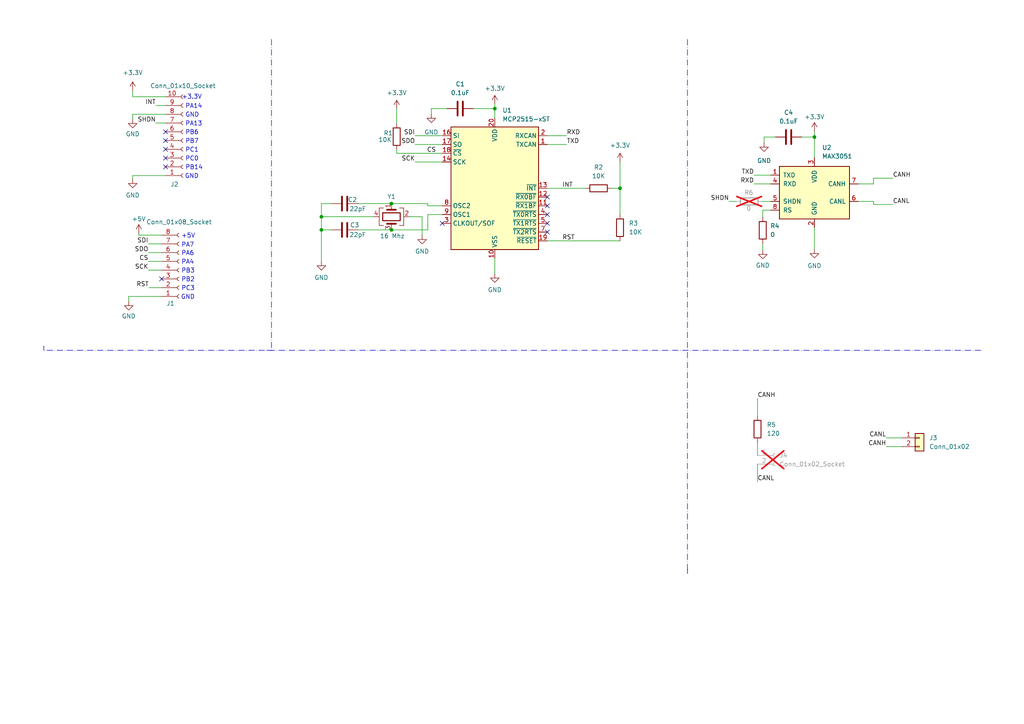
<source format=kicad_sch>
(kicad_sch (version 20230121) (generator eeschema)

  (uuid 8c23e026-b908-4d4a-84cd-fb733847c38f)

  (paper "A4")

  (lib_symbols
    (symbol "Connector:Conn_01x02_Socket" (pin_names (offset 1.016) hide) (in_bom yes) (on_board yes)
      (property "Reference" "J" (at 0 2.54 0)
        (effects (font (size 1.27 1.27)))
      )
      (property "Value" "Conn_01x02_Socket" (at 0 -5.08 0)
        (effects (font (size 1.27 1.27)))
      )
      (property "Footprint" "" (at 0 0 0)
        (effects (font (size 1.27 1.27)) hide)
      )
      (property "Datasheet" "~" (at 0 0 0)
        (effects (font (size 1.27 1.27)) hide)
      )
      (property "ki_locked" "" (at 0 0 0)
        (effects (font (size 1.27 1.27)))
      )
      (property "ki_keywords" "connector" (at 0 0 0)
        (effects (font (size 1.27 1.27)) hide)
      )
      (property "ki_description" "Generic connector, single row, 01x02, script generated" (at 0 0 0)
        (effects (font (size 1.27 1.27)) hide)
      )
      (property "ki_fp_filters" "Connector*:*_1x??_*" (at 0 0 0)
        (effects (font (size 1.27 1.27)) hide)
      )
      (symbol "Conn_01x02_Socket_1_1"
        (arc (start 0 -2.032) (mid -0.5058 -2.54) (end 0 -3.048)
          (stroke (width 0.1524) (type default))
          (fill (type none))
        )
        (polyline
          (pts
            (xy -1.27 -2.54)
            (xy -0.508 -2.54)
          )
          (stroke (width 0.1524) (type default))
          (fill (type none))
        )
        (polyline
          (pts
            (xy -1.27 0)
            (xy -0.508 0)
          )
          (stroke (width 0.1524) (type default))
          (fill (type none))
        )
        (arc (start 0 0.508) (mid -0.5058 0) (end 0 -0.508)
          (stroke (width 0.1524) (type default))
          (fill (type none))
        )
        (pin passive line (at -5.08 0 0) (length 3.81)
          (name "Pin_1" (effects (font (size 1.27 1.27))))
          (number "1" (effects (font (size 1.27 1.27))))
        )
        (pin passive line (at -5.08 -2.54 0) (length 3.81)
          (name "Pin_2" (effects (font (size 1.27 1.27))))
          (number "2" (effects (font (size 1.27 1.27))))
        )
      )
    )
    (symbol "Connector:Conn_01x08_Socket" (pin_names (offset 1.016) hide) (in_bom yes) (on_board yes)
      (property "Reference" "J" (at 0 10.16 0)
        (effects (font (size 1.27 1.27)))
      )
      (property "Value" "Conn_01x08_Socket" (at 0 -12.7 0)
        (effects (font (size 1.27 1.27)))
      )
      (property "Footprint" "" (at 0 0 0)
        (effects (font (size 1.27 1.27)) hide)
      )
      (property "Datasheet" "~" (at 0 0 0)
        (effects (font (size 1.27 1.27)) hide)
      )
      (property "ki_locked" "" (at 0 0 0)
        (effects (font (size 1.27 1.27)))
      )
      (property "ki_keywords" "connector" (at 0 0 0)
        (effects (font (size 1.27 1.27)) hide)
      )
      (property "ki_description" "Generic connector, single row, 01x08, script generated" (at 0 0 0)
        (effects (font (size 1.27 1.27)) hide)
      )
      (property "ki_fp_filters" "Connector*:*_1x??_*" (at 0 0 0)
        (effects (font (size 1.27 1.27)) hide)
      )
      (symbol "Conn_01x08_Socket_1_1"
        (arc (start 0 -9.652) (mid -0.5058 -10.16) (end 0 -10.668)
          (stroke (width 0.1524) (type default))
          (fill (type none))
        )
        (arc (start 0 -7.112) (mid -0.5058 -7.62) (end 0 -8.128)
          (stroke (width 0.1524) (type default))
          (fill (type none))
        )
        (arc (start 0 -4.572) (mid -0.5058 -5.08) (end 0 -5.588)
          (stroke (width 0.1524) (type default))
          (fill (type none))
        )
        (arc (start 0 -2.032) (mid -0.5058 -2.54) (end 0 -3.048)
          (stroke (width 0.1524) (type default))
          (fill (type none))
        )
        (polyline
          (pts
            (xy -1.27 -10.16)
            (xy -0.508 -10.16)
          )
          (stroke (width 0.1524) (type default))
          (fill (type none))
        )
        (polyline
          (pts
            (xy -1.27 -7.62)
            (xy -0.508 -7.62)
          )
          (stroke (width 0.1524) (type default))
          (fill (type none))
        )
        (polyline
          (pts
            (xy -1.27 -5.08)
            (xy -0.508 -5.08)
          )
          (stroke (width 0.1524) (type default))
          (fill (type none))
        )
        (polyline
          (pts
            (xy -1.27 -2.54)
            (xy -0.508 -2.54)
          )
          (stroke (width 0.1524) (type default))
          (fill (type none))
        )
        (polyline
          (pts
            (xy -1.27 0)
            (xy -0.508 0)
          )
          (stroke (width 0.1524) (type default))
          (fill (type none))
        )
        (polyline
          (pts
            (xy -1.27 2.54)
            (xy -0.508 2.54)
          )
          (stroke (width 0.1524) (type default))
          (fill (type none))
        )
        (polyline
          (pts
            (xy -1.27 5.08)
            (xy -0.508 5.08)
          )
          (stroke (width 0.1524) (type default))
          (fill (type none))
        )
        (polyline
          (pts
            (xy -1.27 7.62)
            (xy -0.508 7.62)
          )
          (stroke (width 0.1524) (type default))
          (fill (type none))
        )
        (arc (start 0 0.508) (mid -0.5058 0) (end 0 -0.508)
          (stroke (width 0.1524) (type default))
          (fill (type none))
        )
        (arc (start 0 3.048) (mid -0.5058 2.54) (end 0 2.032)
          (stroke (width 0.1524) (type default))
          (fill (type none))
        )
        (arc (start 0 5.588) (mid -0.5058 5.08) (end 0 4.572)
          (stroke (width 0.1524) (type default))
          (fill (type none))
        )
        (arc (start 0 8.128) (mid -0.5058 7.62) (end 0 7.112)
          (stroke (width 0.1524) (type default))
          (fill (type none))
        )
        (pin passive line (at -5.08 7.62 0) (length 3.81)
          (name "Pin_1" (effects (font (size 1.27 1.27))))
          (number "1" (effects (font (size 1.27 1.27))))
        )
        (pin passive line (at -5.08 5.08 0) (length 3.81)
          (name "Pin_2" (effects (font (size 1.27 1.27))))
          (number "2" (effects (font (size 1.27 1.27))))
        )
        (pin passive line (at -5.08 2.54 0) (length 3.81)
          (name "Pin_3" (effects (font (size 1.27 1.27))))
          (number "3" (effects (font (size 1.27 1.27))))
        )
        (pin passive line (at -5.08 0 0) (length 3.81)
          (name "Pin_4" (effects (font (size 1.27 1.27))))
          (number "4" (effects (font (size 1.27 1.27))))
        )
        (pin passive line (at -5.08 -2.54 0) (length 3.81)
          (name "Pin_5" (effects (font (size 1.27 1.27))))
          (number "5" (effects (font (size 1.27 1.27))))
        )
        (pin passive line (at -5.08 -5.08 0) (length 3.81)
          (name "Pin_6" (effects (font (size 1.27 1.27))))
          (number "6" (effects (font (size 1.27 1.27))))
        )
        (pin passive line (at -5.08 -7.62 0) (length 3.81)
          (name "Pin_7" (effects (font (size 1.27 1.27))))
          (number "7" (effects (font (size 1.27 1.27))))
        )
        (pin passive line (at -5.08 -10.16 0) (length 3.81)
          (name "Pin_8" (effects (font (size 1.27 1.27))))
          (number "8" (effects (font (size 1.27 1.27))))
        )
      )
    )
    (symbol "Connector:Conn_01x10_Socket" (pin_names (offset 1.016) hide) (in_bom yes) (on_board yes)
      (property "Reference" "J" (at 0 12.7 0)
        (effects (font (size 1.27 1.27)))
      )
      (property "Value" "Conn_01x10_Socket" (at 0 -15.24 0)
        (effects (font (size 1.27 1.27)))
      )
      (property "Footprint" "" (at 0 0 0)
        (effects (font (size 1.27 1.27)) hide)
      )
      (property "Datasheet" "~" (at 0 0 0)
        (effects (font (size 1.27 1.27)) hide)
      )
      (property "ki_locked" "" (at 0 0 0)
        (effects (font (size 1.27 1.27)))
      )
      (property "ki_keywords" "connector" (at 0 0 0)
        (effects (font (size 1.27 1.27)) hide)
      )
      (property "ki_description" "Generic connector, single row, 01x10, script generated" (at 0 0 0)
        (effects (font (size 1.27 1.27)) hide)
      )
      (property "ki_fp_filters" "Connector*:*_1x??_*" (at 0 0 0)
        (effects (font (size 1.27 1.27)) hide)
      )
      (symbol "Conn_01x10_Socket_1_1"
        (arc (start 0 -12.192) (mid -0.5058 -12.7) (end 0 -13.208)
          (stroke (width 0.1524) (type default))
          (fill (type none))
        )
        (arc (start 0 -9.652) (mid -0.5058 -10.16) (end 0 -10.668)
          (stroke (width 0.1524) (type default))
          (fill (type none))
        )
        (arc (start 0 -7.112) (mid -0.5058 -7.62) (end 0 -8.128)
          (stroke (width 0.1524) (type default))
          (fill (type none))
        )
        (arc (start 0 -4.572) (mid -0.5058 -5.08) (end 0 -5.588)
          (stroke (width 0.1524) (type default))
          (fill (type none))
        )
        (arc (start 0 -2.032) (mid -0.5058 -2.54) (end 0 -3.048)
          (stroke (width 0.1524) (type default))
          (fill (type none))
        )
        (polyline
          (pts
            (xy -1.27 -12.7)
            (xy -0.508 -12.7)
          )
          (stroke (width 0.1524) (type default))
          (fill (type none))
        )
        (polyline
          (pts
            (xy -1.27 -10.16)
            (xy -0.508 -10.16)
          )
          (stroke (width 0.1524) (type default))
          (fill (type none))
        )
        (polyline
          (pts
            (xy -1.27 -7.62)
            (xy -0.508 -7.62)
          )
          (stroke (width 0.1524) (type default))
          (fill (type none))
        )
        (polyline
          (pts
            (xy -1.27 -5.08)
            (xy -0.508 -5.08)
          )
          (stroke (width 0.1524) (type default))
          (fill (type none))
        )
        (polyline
          (pts
            (xy -1.27 -2.54)
            (xy -0.508 -2.54)
          )
          (stroke (width 0.1524) (type default))
          (fill (type none))
        )
        (polyline
          (pts
            (xy -1.27 0)
            (xy -0.508 0)
          )
          (stroke (width 0.1524) (type default))
          (fill (type none))
        )
        (polyline
          (pts
            (xy -1.27 2.54)
            (xy -0.508 2.54)
          )
          (stroke (width 0.1524) (type default))
          (fill (type none))
        )
        (polyline
          (pts
            (xy -1.27 5.08)
            (xy -0.508 5.08)
          )
          (stroke (width 0.1524) (type default))
          (fill (type none))
        )
        (polyline
          (pts
            (xy -1.27 7.62)
            (xy -0.508 7.62)
          )
          (stroke (width 0.1524) (type default))
          (fill (type none))
        )
        (polyline
          (pts
            (xy -1.27 10.16)
            (xy -0.508 10.16)
          )
          (stroke (width 0.1524) (type default))
          (fill (type none))
        )
        (arc (start 0 0.508) (mid -0.5058 0) (end 0 -0.508)
          (stroke (width 0.1524) (type default))
          (fill (type none))
        )
        (arc (start 0 3.048) (mid -0.5058 2.54) (end 0 2.032)
          (stroke (width 0.1524) (type default))
          (fill (type none))
        )
        (arc (start 0 5.588) (mid -0.5058 5.08) (end 0 4.572)
          (stroke (width 0.1524) (type default))
          (fill (type none))
        )
        (arc (start 0 8.128) (mid -0.5058 7.62) (end 0 7.112)
          (stroke (width 0.1524) (type default))
          (fill (type none))
        )
        (arc (start 0 10.668) (mid -0.5058 10.16) (end 0 9.652)
          (stroke (width 0.1524) (type default))
          (fill (type none))
        )
        (pin passive line (at -5.08 10.16 0) (length 3.81)
          (name "Pin_1" (effects (font (size 1.27 1.27))))
          (number "1" (effects (font (size 1.27 1.27))))
        )
        (pin passive line (at -5.08 -12.7 0) (length 3.81)
          (name "Pin_10" (effects (font (size 1.27 1.27))))
          (number "10" (effects (font (size 1.27 1.27))))
        )
        (pin passive line (at -5.08 7.62 0) (length 3.81)
          (name "Pin_2" (effects (font (size 1.27 1.27))))
          (number "2" (effects (font (size 1.27 1.27))))
        )
        (pin passive line (at -5.08 5.08 0) (length 3.81)
          (name "Pin_3" (effects (font (size 1.27 1.27))))
          (number "3" (effects (font (size 1.27 1.27))))
        )
        (pin passive line (at -5.08 2.54 0) (length 3.81)
          (name "Pin_4" (effects (font (size 1.27 1.27))))
          (number "4" (effects (font (size 1.27 1.27))))
        )
        (pin passive line (at -5.08 0 0) (length 3.81)
          (name "Pin_5" (effects (font (size 1.27 1.27))))
          (number "5" (effects (font (size 1.27 1.27))))
        )
        (pin passive line (at -5.08 -2.54 0) (length 3.81)
          (name "Pin_6" (effects (font (size 1.27 1.27))))
          (number "6" (effects (font (size 1.27 1.27))))
        )
        (pin passive line (at -5.08 -5.08 0) (length 3.81)
          (name "Pin_7" (effects (font (size 1.27 1.27))))
          (number "7" (effects (font (size 1.27 1.27))))
        )
        (pin passive line (at -5.08 -7.62 0) (length 3.81)
          (name "Pin_8" (effects (font (size 1.27 1.27))))
          (number "8" (effects (font (size 1.27 1.27))))
        )
        (pin passive line (at -5.08 -10.16 0) (length 3.81)
          (name "Pin_9" (effects (font (size 1.27 1.27))))
          (number "9" (effects (font (size 1.27 1.27))))
        )
      )
    )
    (symbol "Connector_Generic:Conn_01x02" (pin_names (offset 1.016) hide) (in_bom yes) (on_board yes)
      (property "Reference" "J" (at 0 2.54 0)
        (effects (font (size 1.27 1.27)))
      )
      (property "Value" "Conn_01x02" (at 0 -5.08 0)
        (effects (font (size 1.27 1.27)))
      )
      (property "Footprint" "" (at 0 0 0)
        (effects (font (size 1.27 1.27)) hide)
      )
      (property "Datasheet" "~" (at 0 0 0)
        (effects (font (size 1.27 1.27)) hide)
      )
      (property "ki_keywords" "connector" (at 0 0 0)
        (effects (font (size 1.27 1.27)) hide)
      )
      (property "ki_description" "Generic connector, single row, 01x02, script generated (kicad-library-utils/schlib/autogen/connector/)" (at 0 0 0)
        (effects (font (size 1.27 1.27)) hide)
      )
      (property "ki_fp_filters" "Connector*:*_1x??_*" (at 0 0 0)
        (effects (font (size 1.27 1.27)) hide)
      )
      (symbol "Conn_01x02_1_1"
        (rectangle (start -1.27 -2.413) (end 0 -2.667)
          (stroke (width 0.1524) (type default))
          (fill (type none))
        )
        (rectangle (start -1.27 0.127) (end 0 -0.127)
          (stroke (width 0.1524) (type default))
          (fill (type none))
        )
        (rectangle (start -1.27 1.27) (end 1.27 -3.81)
          (stroke (width 0.254) (type default))
          (fill (type background))
        )
        (pin passive line (at -5.08 0 0) (length 3.81)
          (name "Pin_1" (effects (font (size 1.27 1.27))))
          (number "1" (effects (font (size 1.27 1.27))))
        )
        (pin passive line (at -5.08 -2.54 0) (length 3.81)
          (name "Pin_2" (effects (font (size 1.27 1.27))))
          (number "2" (effects (font (size 1.27 1.27))))
        )
      )
    )
    (symbol "Device:C" (pin_numbers hide) (pin_names (offset 0.254)) (in_bom yes) (on_board yes)
      (property "Reference" "C" (at 0.635 2.54 0)
        (effects (font (size 1.27 1.27)) (justify left))
      )
      (property "Value" "C" (at 0.635 -2.54 0)
        (effects (font (size 1.27 1.27)) (justify left))
      )
      (property "Footprint" "" (at 0.9652 -3.81 0)
        (effects (font (size 1.27 1.27)) hide)
      )
      (property "Datasheet" "~" (at 0 0 0)
        (effects (font (size 1.27 1.27)) hide)
      )
      (property "ki_keywords" "cap capacitor" (at 0 0 0)
        (effects (font (size 1.27 1.27)) hide)
      )
      (property "ki_description" "Unpolarized capacitor" (at 0 0 0)
        (effects (font (size 1.27 1.27)) hide)
      )
      (property "ki_fp_filters" "C_*" (at 0 0 0)
        (effects (font (size 1.27 1.27)) hide)
      )
      (symbol "C_0_1"
        (polyline
          (pts
            (xy -2.032 -0.762)
            (xy 2.032 -0.762)
          )
          (stroke (width 0.508) (type default))
          (fill (type none))
        )
        (polyline
          (pts
            (xy -2.032 0.762)
            (xy 2.032 0.762)
          )
          (stroke (width 0.508) (type default))
          (fill (type none))
        )
      )
      (symbol "C_1_1"
        (pin passive line (at 0 3.81 270) (length 2.794)
          (name "~" (effects (font (size 1.27 1.27))))
          (number "1" (effects (font (size 1.27 1.27))))
        )
        (pin passive line (at 0 -3.81 90) (length 2.794)
          (name "~" (effects (font (size 1.27 1.27))))
          (number "2" (effects (font (size 1.27 1.27))))
        )
      )
    )
    (symbol "Device:Crystal_GND24" (pin_names (offset 1.016) hide) (in_bom yes) (on_board yes)
      (property "Reference" "Y" (at 3.175 5.08 0)
        (effects (font (size 1.27 1.27)) (justify left))
      )
      (property "Value" "Crystal_GND24" (at 3.175 3.175 0)
        (effects (font (size 1.27 1.27)) (justify left))
      )
      (property "Footprint" "" (at 0 0 0)
        (effects (font (size 1.27 1.27)) hide)
      )
      (property "Datasheet" "~" (at 0 0 0)
        (effects (font (size 1.27 1.27)) hide)
      )
      (property "ki_keywords" "quartz ceramic resonator oscillator" (at 0 0 0)
        (effects (font (size 1.27 1.27)) hide)
      )
      (property "ki_description" "Four pin crystal, GND on pins 2 and 4" (at 0 0 0)
        (effects (font (size 1.27 1.27)) hide)
      )
      (property "ki_fp_filters" "Crystal*" (at 0 0 0)
        (effects (font (size 1.27 1.27)) hide)
      )
      (symbol "Crystal_GND24_0_1"
        (rectangle (start -1.143 2.54) (end 1.143 -2.54)
          (stroke (width 0.3048) (type default))
          (fill (type none))
        )
        (polyline
          (pts
            (xy -2.54 0)
            (xy -2.032 0)
          )
          (stroke (width 0) (type default))
          (fill (type none))
        )
        (polyline
          (pts
            (xy -2.032 -1.27)
            (xy -2.032 1.27)
          )
          (stroke (width 0.508) (type default))
          (fill (type none))
        )
        (polyline
          (pts
            (xy 0 -3.81)
            (xy 0 -3.556)
          )
          (stroke (width 0) (type default))
          (fill (type none))
        )
        (polyline
          (pts
            (xy 0 3.556)
            (xy 0 3.81)
          )
          (stroke (width 0) (type default))
          (fill (type none))
        )
        (polyline
          (pts
            (xy 2.032 -1.27)
            (xy 2.032 1.27)
          )
          (stroke (width 0.508) (type default))
          (fill (type none))
        )
        (polyline
          (pts
            (xy 2.032 0)
            (xy 2.54 0)
          )
          (stroke (width 0) (type default))
          (fill (type none))
        )
        (polyline
          (pts
            (xy -2.54 -2.286)
            (xy -2.54 -3.556)
            (xy 2.54 -3.556)
            (xy 2.54 -2.286)
          )
          (stroke (width 0) (type default))
          (fill (type none))
        )
        (polyline
          (pts
            (xy -2.54 2.286)
            (xy -2.54 3.556)
            (xy 2.54 3.556)
            (xy 2.54 2.286)
          )
          (stroke (width 0) (type default))
          (fill (type none))
        )
      )
      (symbol "Crystal_GND24_1_1"
        (pin passive line (at -3.81 0 0) (length 1.27)
          (name "1" (effects (font (size 1.27 1.27))))
          (number "1" (effects (font (size 1.27 1.27))))
        )
        (pin passive line (at 0 5.08 270) (length 1.27)
          (name "2" (effects (font (size 1.27 1.27))))
          (number "2" (effects (font (size 1.27 1.27))))
        )
        (pin passive line (at 3.81 0 180) (length 1.27)
          (name "3" (effects (font (size 1.27 1.27))))
          (number "3" (effects (font (size 1.27 1.27))))
        )
        (pin passive line (at 0 -5.08 90) (length 1.27)
          (name "4" (effects (font (size 1.27 1.27))))
          (number "4" (effects (font (size 1.27 1.27))))
        )
      )
    )
    (symbol "Device:R" (pin_numbers hide) (pin_names (offset 0)) (in_bom yes) (on_board yes)
      (property "Reference" "R" (at 2.032 0 90)
        (effects (font (size 1.27 1.27)))
      )
      (property "Value" "R" (at 0 0 90)
        (effects (font (size 1.27 1.27)))
      )
      (property "Footprint" "" (at -1.778 0 90)
        (effects (font (size 1.27 1.27)) hide)
      )
      (property "Datasheet" "~" (at 0 0 0)
        (effects (font (size 1.27 1.27)) hide)
      )
      (property "ki_keywords" "R res resistor" (at 0 0 0)
        (effects (font (size 1.27 1.27)) hide)
      )
      (property "ki_description" "Resistor" (at 0 0 0)
        (effects (font (size 1.27 1.27)) hide)
      )
      (property "ki_fp_filters" "R_*" (at 0 0 0)
        (effects (font (size 1.27 1.27)) hide)
      )
      (symbol "R_0_1"
        (rectangle (start -1.016 -2.54) (end 1.016 2.54)
          (stroke (width 0.254) (type default))
          (fill (type none))
        )
      )
      (symbol "R_1_1"
        (pin passive line (at 0 3.81 270) (length 1.27)
          (name "~" (effects (font (size 1.27 1.27))))
          (number "1" (effects (font (size 1.27 1.27))))
        )
        (pin passive line (at 0 -3.81 90) (length 1.27)
          (name "~" (effects (font (size 1.27 1.27))))
          (number "2" (effects (font (size 1.27 1.27))))
        )
      )
    )
    (symbol "Interface_CAN_LIN:MCP2515-xST" (in_bom yes) (on_board yes)
      (property "Reference" "U" (at -10.16 19.685 0)
        (effects (font (size 1.27 1.27)) (justify right))
      )
      (property "Value" "MCP2515-xST" (at 19.05 20.32 0)
        (effects (font (size 1.27 1.27)) (justify right top))
      )
      (property "Footprint" "Package_SO:TSSOP-20_4.4x6.5mm_P0.65mm" (at 0 -22.86 0)
        (effects (font (size 1.27 1.27) italic) hide)
      )
      (property "Datasheet" "http://ww1.microchip.com/downloads/en/DeviceDoc/21801e.pdf" (at 2.54 -20.32 0)
        (effects (font (size 1.27 1.27)) hide)
      )
      (property "ki_keywords" "CAN Controller SPI" (at 0 0 0)
        (effects (font (size 1.27 1.27)) hide)
      )
      (property "ki_description" "Stand-Alone CAN Controller with SPI Interface, TSSOP-20" (at 0 0 0)
        (effects (font (size 1.27 1.27)) hide)
      )
      (property "ki_fp_filters" "TSSOP*4.4x6.5mm*P0.65mm*" (at 0 0 0)
        (effects (font (size 1.27 1.27)) hide)
      )
      (symbol "MCP2515-xST_0_1"
        (rectangle (start -12.7 17.78) (end 12.7 -17.78)
          (stroke (width 0.254) (type default))
          (fill (type background))
        )
      )
      (symbol "MCP2515-xST_1_1"
        (pin output line (at 15.24 12.7 180) (length 2.54)
          (name "TXCAN" (effects (font (size 1.27 1.27))))
          (number "1" (effects (font (size 1.27 1.27))))
        )
        (pin power_in line (at 0 -20.32 90) (length 2.54)
          (name "VSS" (effects (font (size 1.27 1.27))))
          (number "10" (effects (font (size 1.27 1.27))))
        )
        (pin output line (at 15.24 -5.08 180) (length 2.54)
          (name "~{RX1BF}" (effects (font (size 1.27 1.27))))
          (number "11" (effects (font (size 1.27 1.27))))
        )
        (pin output line (at 15.24 -2.54 180) (length 2.54)
          (name "~{RX0BF}" (effects (font (size 1.27 1.27))))
          (number "12" (effects (font (size 1.27 1.27))))
        )
        (pin output line (at 15.24 0 180) (length 2.54)
          (name "~{INT}" (effects (font (size 1.27 1.27))))
          (number "13" (effects (font (size 1.27 1.27))))
        )
        (pin input line (at -15.24 7.62 0) (length 2.54)
          (name "SCK" (effects (font (size 1.27 1.27))))
          (number "14" (effects (font (size 1.27 1.27))))
        )
        (pin no_connect line (at -12.7 -2.54 0) (length 2.54) hide
          (name "NC" (effects (font (size 1.27 1.27))))
          (number "15" (effects (font (size 1.27 1.27))))
        )
        (pin input line (at -15.24 15.24 0) (length 2.54)
          (name "SI" (effects (font (size 1.27 1.27))))
          (number "16" (effects (font (size 1.27 1.27))))
        )
        (pin output line (at -15.24 12.7 0) (length 2.54)
          (name "SO" (effects (font (size 1.27 1.27))))
          (number "17" (effects (font (size 1.27 1.27))))
        )
        (pin input line (at -15.24 10.16 0) (length 2.54)
          (name "~{CS}" (effects (font (size 1.27 1.27))))
          (number "18" (effects (font (size 1.27 1.27))))
        )
        (pin input line (at 15.24 -15.24 180) (length 2.54)
          (name "~{RESET}" (effects (font (size 1.27 1.27))))
          (number "19" (effects (font (size 1.27 1.27))))
        )
        (pin input line (at 15.24 15.24 180) (length 2.54)
          (name "RXCAN" (effects (font (size 1.27 1.27))))
          (number "2" (effects (font (size 1.27 1.27))))
        )
        (pin power_in line (at 0 20.32 270) (length 2.54)
          (name "VDD" (effects (font (size 1.27 1.27))))
          (number "20" (effects (font (size 1.27 1.27))))
        )
        (pin output line (at -15.24 -10.16 0) (length 2.54)
          (name "CLKOUT/SOF" (effects (font (size 1.27 1.27))))
          (number "3" (effects (font (size 1.27 1.27))))
        )
        (pin input line (at 15.24 -7.62 180) (length 2.54)
          (name "~{TX0RTS}" (effects (font (size 1.27 1.27))))
          (number "4" (effects (font (size 1.27 1.27))))
        )
        (pin input line (at 15.24 -10.16 180) (length 2.54)
          (name "~{TX1RTS}" (effects (font (size 1.27 1.27))))
          (number "5" (effects (font (size 1.27 1.27))))
        )
        (pin no_connect line (at -12.7 0 0) (length 2.54) hide
          (name "NC" (effects (font (size 1.27 1.27))))
          (number "6" (effects (font (size 1.27 1.27))))
        )
        (pin input line (at 15.24 -12.7 180) (length 2.54)
          (name "~{TX2RTS}" (effects (font (size 1.27 1.27))))
          (number "7" (effects (font (size 1.27 1.27))))
        )
        (pin output line (at -15.24 -5.08 0) (length 2.54)
          (name "OSC2" (effects (font (size 1.27 1.27))))
          (number "8" (effects (font (size 1.27 1.27))))
        )
        (pin input line (at -15.24 -7.62 0) (length 2.54)
          (name "OSC1" (effects (font (size 1.27 1.27))))
          (number "9" (effects (font (size 1.27 1.27))))
        )
      )
    )
    (symbol "Interface_UART:MAX3051" (pin_names (offset 1.016)) (in_bom yes) (on_board yes)
      (property "Reference" "U" (at -10.16 8.89 0)
        (effects (font (size 1.27 1.27)) (justify left))
      )
      (property "Value" "MAX3051" (at 2.54 8.89 0)
        (effects (font (size 1.27 1.27)) (justify left))
      )
      (property "Footprint" "" (at 0 0 0)
        (effects (font (size 1.27 1.27) italic) hide)
      )
      (property "Datasheet" "http://datasheets.maximintegrated.com/en/ds/MAX3051.pdf" (at 0 0 0)
        (effects (font (size 1.27 1.27)) hide)
      )
      (property "ki_keywords" "High-Speed CAN Transceiver" (at 0 0 0)
        (effects (font (size 1.27 1.27)) hide)
      )
      (property "ki_description" "High-Speed CAN Transceiver, 1Mbps, 3.3V supply" (at 0 0 0)
        (effects (font (size 1.27 1.27)) hide)
      )
      (property "ki_fp_filters" "SOT?23* SOIC*" (at 0 0 0)
        (effects (font (size 1.27 1.27)) hide)
      )
      (symbol "MAX3051_0_1"
        (rectangle (start -10.16 7.62) (end 10.16 -7.62)
          (stroke (width 0.254) (type default))
          (fill (type background))
        )
      )
      (symbol "MAX3051_1_1"
        (pin input line (at -12.7 5.08 0) (length 2.54)
          (name "TXD" (effects (font (size 1.27 1.27))))
          (number "1" (effects (font (size 1.27 1.27))))
        )
        (pin power_in line (at 0 -10.16 90) (length 2.54)
          (name "GND" (effects (font (size 1.27 1.27))))
          (number "2" (effects (font (size 1.27 1.27))))
        )
        (pin power_in line (at 0 10.16 270) (length 2.54)
          (name "VDD" (effects (font (size 1.27 1.27))))
          (number "3" (effects (font (size 1.27 1.27))))
        )
        (pin output line (at -12.7 2.54 0) (length 2.54)
          (name "RXD" (effects (font (size 1.27 1.27))))
          (number "4" (effects (font (size 1.27 1.27))))
        )
        (pin input line (at -12.7 -2.54 0) (length 2.54)
          (name "SHDN" (effects (font (size 1.27 1.27))))
          (number "5" (effects (font (size 1.27 1.27))))
        )
        (pin bidirectional line (at 12.7 -2.54 180) (length 2.54)
          (name "CANL" (effects (font (size 1.27 1.27))))
          (number "6" (effects (font (size 1.27 1.27))))
        )
        (pin bidirectional line (at 12.7 2.54 180) (length 2.54)
          (name "CANH" (effects (font (size 1.27 1.27))))
          (number "7" (effects (font (size 1.27 1.27))))
        )
        (pin input line (at -12.7 -5.08 0) (length 2.54)
          (name "RS" (effects (font (size 1.27 1.27))))
          (number "8" (effects (font (size 1.27 1.27))))
        )
      )
    )
    (symbol "power:+3.3V" (power) (pin_names (offset 0)) (in_bom yes) (on_board yes)
      (property "Reference" "#PWR" (at 0 -3.81 0)
        (effects (font (size 1.27 1.27)) hide)
      )
      (property "Value" "+3.3V" (at 0 3.556 0)
        (effects (font (size 1.27 1.27)))
      )
      (property "Footprint" "" (at 0 0 0)
        (effects (font (size 1.27 1.27)) hide)
      )
      (property "Datasheet" "" (at 0 0 0)
        (effects (font (size 1.27 1.27)) hide)
      )
      (property "ki_keywords" "global power" (at 0 0 0)
        (effects (font (size 1.27 1.27)) hide)
      )
      (property "ki_description" "Power symbol creates a global label with name \"+3.3V\"" (at 0 0 0)
        (effects (font (size 1.27 1.27)) hide)
      )
      (symbol "+3.3V_0_1"
        (polyline
          (pts
            (xy -0.762 1.27)
            (xy 0 2.54)
          )
          (stroke (width 0) (type default))
          (fill (type none))
        )
        (polyline
          (pts
            (xy 0 0)
            (xy 0 2.54)
          )
          (stroke (width 0) (type default))
          (fill (type none))
        )
        (polyline
          (pts
            (xy 0 2.54)
            (xy 0.762 1.27)
          )
          (stroke (width 0) (type default))
          (fill (type none))
        )
      )
      (symbol "+3.3V_1_1"
        (pin power_in line (at 0 0 90) (length 0) hide
          (name "+3.3V" (effects (font (size 1.27 1.27))))
          (number "1" (effects (font (size 1.27 1.27))))
        )
      )
    )
    (symbol "power:+5V" (power) (pin_names (offset 0)) (in_bom yes) (on_board yes)
      (property "Reference" "#PWR" (at 0 -3.81 0)
        (effects (font (size 1.27 1.27)) hide)
      )
      (property "Value" "+5V" (at 0 3.556 0)
        (effects (font (size 1.27 1.27)))
      )
      (property "Footprint" "" (at 0 0 0)
        (effects (font (size 1.27 1.27)) hide)
      )
      (property "Datasheet" "" (at 0 0 0)
        (effects (font (size 1.27 1.27)) hide)
      )
      (property "ki_keywords" "global power" (at 0 0 0)
        (effects (font (size 1.27 1.27)) hide)
      )
      (property "ki_description" "Power symbol creates a global label with name \"+5V\"" (at 0 0 0)
        (effects (font (size 1.27 1.27)) hide)
      )
      (symbol "+5V_0_1"
        (polyline
          (pts
            (xy -0.762 1.27)
            (xy 0 2.54)
          )
          (stroke (width 0) (type default))
          (fill (type none))
        )
        (polyline
          (pts
            (xy 0 0)
            (xy 0 2.54)
          )
          (stroke (width 0) (type default))
          (fill (type none))
        )
        (polyline
          (pts
            (xy 0 2.54)
            (xy 0.762 1.27)
          )
          (stroke (width 0) (type default))
          (fill (type none))
        )
      )
      (symbol "+5V_1_1"
        (pin power_in line (at 0 0 90) (length 0) hide
          (name "+5V" (effects (font (size 1.27 1.27))))
          (number "1" (effects (font (size 1.27 1.27))))
        )
      )
    )
    (symbol "power:GND" (power) (pin_names (offset 0)) (in_bom yes) (on_board yes)
      (property "Reference" "#PWR" (at 0 -6.35 0)
        (effects (font (size 1.27 1.27)) hide)
      )
      (property "Value" "GND" (at 0 -3.81 0)
        (effects (font (size 1.27 1.27)))
      )
      (property "Footprint" "" (at 0 0 0)
        (effects (font (size 1.27 1.27)) hide)
      )
      (property "Datasheet" "" (at 0 0 0)
        (effects (font (size 1.27 1.27)) hide)
      )
      (property "ki_keywords" "global power" (at 0 0 0)
        (effects (font (size 1.27 1.27)) hide)
      )
      (property "ki_description" "Power symbol creates a global label with name \"GND\" , ground" (at 0 0 0)
        (effects (font (size 1.27 1.27)) hide)
      )
      (symbol "GND_0_1"
        (polyline
          (pts
            (xy 0 0)
            (xy 0 -1.27)
            (xy 1.27 -1.27)
            (xy 0 -2.54)
            (xy -1.27 -1.27)
            (xy 0 -1.27)
          )
          (stroke (width 0) (type default))
          (fill (type none))
        )
      )
      (symbol "GND_1_1"
        (pin power_in line (at 0 0 270) (length 0) hide
          (name "GND" (effects (font (size 1.27 1.27))))
          (number "1" (effects (font (size 1.27 1.27))))
        )
      )
    )
  )

  (junction (at 143.51 31.496) (diameter 0) (color 0 0 0 0)
    (uuid 221d8c6b-4c11-49d0-86e1-9a05254758dc)
  )
  (junction (at 113.538 66.675) (diameter 0) (color 0 0 0 0)
    (uuid 45650fd1-4f88-4115-8fb3-cb20e39d3688)
  )
  (junction (at 179.832 54.61) (diameter 0) (color 0 0 0 0)
    (uuid 47166d69-6d76-419b-9777-045d2abf06d9)
  )
  (junction (at 113.538 59.055) (diameter 0) (color 0 0 0 0)
    (uuid 4fab7c3c-4fe7-43b3-94cd-0d8b35e20278)
  )
  (junction (at 93.218 62.865) (diameter 0) (color 0 0 0 0)
    (uuid 70eb3ec9-9e68-4501-818b-64527ec0a2cd)
  )
  (junction (at 236.22 39.751) (diameter 0) (color 0 0 0 0)
    (uuid ad880f4e-b2ed-4c68-a7d7-f687fab501a3)
  )
  (junction (at 93.218 66.675) (diameter 0) (color 0 0 0 0)
    (uuid c7e6e20a-792e-4fc2-bd65-7cd91c924b09)
  )

  (no_connect (at 128.27 64.77) (uuid 06e24519-449a-4bd8-a2bb-48d0c51755e9))
  (no_connect (at 46.863 80.899) (uuid 131f848d-5dfc-4818-92af-452ffbb7a871))
  (no_connect (at 48.006 38.227) (uuid 4307ccf6-2cc6-4a1e-9ced-90818203a53b))
  (no_connect (at 158.75 62.23) (uuid 4ac4e20f-0435-4e92-acb3-46f8b8ca38f5))
  (no_connect (at 158.75 59.69) (uuid 5ce15bfb-96d1-4ffb-99f1-a8f269b3f709))
  (no_connect (at 48.006 48.387) (uuid 7e11bf6f-1dbd-47e3-bba5-48f61b5cf31d))
  (no_connect (at 158.75 57.15) (uuid 86560515-1467-4ff3-a6f6-abd8a4272873))
  (no_connect (at 48.006 45.847) (uuid 8a0f21e5-5edc-422f-acda-039d4f30fb87))
  (no_connect (at 48.006 40.767) (uuid db8fec2b-cf72-485e-96cb-f02af40cfe04))
  (no_connect (at 48.006 43.307) (uuid dc7c4e33-10db-4cf8-ac55-4ac69f0f040b))
  (no_connect (at 158.75 67.31) (uuid e009f599-a231-4937-8766-8a353f0e2ee2))
  (no_connect (at 158.75 64.77) (uuid f9345076-4047-45d3-8656-ad7848e0b76a))

  (wire (pts (xy 221.107 58.42) (xy 223.52 58.42))
    (stroke (width 0) (type default))
    (uuid 0b623f8b-fa0e-4fac-b6b5-c9cc268585d4)
  )
  (wire (pts (xy 257.048 127) (xy 261.62 127))
    (stroke (width 0) (type default))
    (uuid 0ee798f1-83f3-448a-bd28-95318db16dc8)
  )
  (wire (pts (xy 48.006 28.067) (xy 38.481 28.067))
    (stroke (width 0) (type default))
    (uuid 134fea7d-c598-40b4-881f-59c139527596)
  )
  (wire (pts (xy 232.537 39.751) (xy 236.22 39.751))
    (stroke (width 0) (type default))
    (uuid 214cae24-43cf-41a4-ad38-9e5731ea718a)
  )
  (wire (pts (xy 158.75 39.37) (xy 164.338 39.37))
    (stroke (width 0) (type default))
    (uuid 23ff25ce-efdd-469e-87b2-a923389de4a8)
  )
  (wire (pts (xy 221.615 41.402) (xy 221.615 39.751))
    (stroke (width 0) (type default))
    (uuid 2632197d-22f2-4e8c-b216-1b4f3c354af0)
  )
  (wire (pts (xy 120.396 39.37) (xy 128.27 39.37))
    (stroke (width 0) (type default))
    (uuid 279075ff-d2c5-43b6-a8e9-68c2212cea58)
  )
  (wire (pts (xy 118.618 62.865) (xy 122.428 62.865))
    (stroke (width 0) (type default))
    (uuid 28c1ace6-f06e-47fd-9e4e-7763241a7802)
  )
  (wire (pts (xy 37.338 87.376) (xy 37.338 85.979))
    (stroke (width 0) (type default))
    (uuid 2b951fa3-1ecf-4422-af88-bd42f4e7899e)
  )
  (wire (pts (xy 221.234 60.96) (xy 221.234 62.992))
    (stroke (width 0) (type default))
    (uuid 2c4798b7-d7b4-49c1-b6a0-3282eb083328)
  )
  (wire (pts (xy 218.694 50.8) (xy 223.52 50.8))
    (stroke (width 0) (type default))
    (uuid 3080f205-8c69-4bef-a73e-14bfed0701f0)
  )
  (wire (pts (xy 236.22 66.04) (xy 236.22 72.263))
    (stroke (width 0) (type default))
    (uuid 34accf28-886e-4e7c-8bcb-90f5a9afa829)
  )
  (wire (pts (xy 158.75 41.91) (xy 164.338 41.91))
    (stroke (width 0) (type default))
    (uuid 350be341-5f39-466d-b1be-8787a64ae092)
  )
  (wire (pts (xy 221.615 39.751) (xy 224.917 39.751))
    (stroke (width 0) (type default))
    (uuid 37432e2d-5989-427d-9600-4bdab09e616f)
  )
  (wire (pts (xy 38.481 50.927) (xy 48.006 50.927))
    (stroke (width 0) (type default))
    (uuid 3760dea0-0dd6-4bd0-8467-1489e212d0cd)
  )
  (wire (pts (xy 179.832 54.61) (xy 179.832 62.23))
    (stroke (width 0) (type default))
    (uuid 38a50761-6d1b-4964-95e4-57e954914a77)
  )
  (wire (pts (xy 223.52 60.96) (xy 221.234 60.96))
    (stroke (width 0) (type default))
    (uuid 3abfde6d-7f4a-410a-9c5f-6a7447834126)
  )
  (wire (pts (xy 115.062 31.623) (xy 115.062 35.814))
    (stroke (width 0) (type default))
    (uuid 3e849293-14f6-41c9-a497-1282d2ce4923)
  )
  (wire (pts (xy 253.365 59.309) (xy 258.953 59.309))
    (stroke (width 0) (type default))
    (uuid 3e9ae4a2-551d-4670-b820-9b8ac9e1129f)
  )
  (wire (pts (xy 93.218 66.675) (xy 96.139 66.675))
    (stroke (width 0) (type default))
    (uuid 4e25465c-4602-4643-bb5f-b932fde17856)
  )
  (wire (pts (xy 93.218 59.055) (xy 93.218 62.865))
    (stroke (width 0) (type default))
    (uuid 4f2dcec5-c8d0-4f50-b27d-eaed31b5d7df)
  )
  (wire (pts (xy 38.481 33.147) (xy 38.481 34.544))
    (stroke (width 0) (type default))
    (uuid 516a6d63-561c-46f0-b4f1-4d48e666dded)
  )
  (polyline (pts (xy 12.7 100.33) (xy 12.7 101.6))
    (stroke (width 0) (type default))
    (uuid 5249bd6a-4d7c-4e93-b9bc-25d8686a4475)
  )

  (wire (pts (xy 253.365 51.689) (xy 258.953 51.689))
    (stroke (width 0) (type default))
    (uuid 52b9777f-a5ec-4a69-9bc0-1c71570694de)
  )
  (wire (pts (xy 43.18 83.439) (xy 46.863 83.439))
    (stroke (width 0) (type default))
    (uuid 58e5f838-e63a-4c0b-a97f-5adb1faef83e)
  )
  (polyline (pts (xy 199.39 165.1) (xy 199.39 166.37))
    (stroke (width 0) (type default))
    (uuid 5ac44dce-befc-468f-98a1-fdd77e6eb6ce)
  )

  (wire (pts (xy 120.396 46.99) (xy 128.27 46.99))
    (stroke (width 0) (type default))
    (uuid 5c062971-3288-49fc-985a-9264dab733c4)
  )
  (polyline (pts (xy 78.74 101.6) (xy 77.47 101.6))
    (stroke (width 0) (type default))
    (uuid 5cf946fc-2408-49e7-9a6c-97c0fe3ff206)
  )

  (wire (pts (xy 113.538 59.055) (xy 124.079 59.055))
    (stroke (width 0) (type default))
    (uuid 658dc2b2-5915-4e50-bd80-eb4f36741b08)
  )
  (wire (pts (xy 219.71 134.62) (xy 219.71 139.7))
    (stroke (width 0) (type default))
    (uuid 66bfa024-ec86-408e-9d93-d8055714bb79)
  )
  (wire (pts (xy 219.71 115.57) (xy 219.71 120.65))
    (stroke (width 0) (type default))
    (uuid 6784a5a1-ed0e-4a6c-bcb9-a51ff3298f8d)
  )
  (wire (pts (xy 43.053 78.359) (xy 46.863 78.359))
    (stroke (width 0) (type default))
    (uuid 73952e49-81ce-4bd3-a1f5-a05193c57206)
  )
  (wire (pts (xy 122.428 62.865) (xy 122.428 68.199))
    (stroke (width 0) (type default))
    (uuid 74345261-0082-4684-844c-825045395b59)
  )
  (wire (pts (xy 143.51 31.496) (xy 143.51 34.29))
    (stroke (width 0) (type default))
    (uuid 75decd24-a6ca-452c-89cb-7e95093f76a1)
  )
  (wire (pts (xy 113.538 66.675) (xy 124.079 66.675))
    (stroke (width 0) (type default))
    (uuid 761f1f38-786d-42a5-94b7-adf7a269d97a)
  )
  (polyline (pts (xy 284.48 101.6) (xy 12.7 101.6))
    (stroke (width 0) (type dash_dot))
    (uuid 765da346-609f-4916-b507-52de52884db5)
  )

  (wire (pts (xy 129.667 31.496) (xy 125.095 31.496))
    (stroke (width 0) (type default))
    (uuid 771beceb-34ea-493c-b6bc-7fdaf316e94d)
  )
  (wire (pts (xy 124.079 66.675) (xy 124.079 62.23))
    (stroke (width 0) (type default))
    (uuid 80bbf38a-5174-4818-aa6f-ca186f5fbea9)
  )
  (wire (pts (xy 253.365 58.42) (xy 253.365 59.309))
    (stroke (width 0) (type default))
    (uuid 84b7c049-b183-4715-8758-a90ba882a0c5)
  )
  (wire (pts (xy 179.832 46.99) (xy 179.832 54.61))
    (stroke (width 0) (type default))
    (uuid 8598cd60-7980-44d1-987f-bcbbd46a6627)
  )
  (wire (pts (xy 40.259 68.199) (xy 46.863 68.199))
    (stroke (width 0) (type default))
    (uuid 94a5fa84-18b6-4241-b028-4034581da135)
  )
  (wire (pts (xy 103.759 59.055) (xy 113.538 59.055))
    (stroke (width 0) (type default))
    (uuid 9d2ff846-8a20-429b-b55a-95e050e1f4ea)
  )
  (wire (pts (xy 211.455 58.42) (xy 213.487 58.42))
    (stroke (width 0) (type default))
    (uuid a1ae4b11-f198-4bfc-bf3f-2666435e8ed5)
  )
  (wire (pts (xy 257.048 129.54) (xy 261.62 129.54))
    (stroke (width 0) (type default))
    (uuid a2469274-b434-4f67-b98b-a86e67c6b62d)
  )
  (wire (pts (xy 177.419 54.61) (xy 179.832 54.61))
    (stroke (width 0) (type default))
    (uuid a4c18cf3-29c2-4311-af00-ce333c16c622)
  )
  (wire (pts (xy 93.218 62.865) (xy 108.458 62.865))
    (stroke (width 0) (type default))
    (uuid a6540410-561f-4dee-b023-382d6bd720e4)
  )
  (wire (pts (xy 218.694 53.34) (xy 223.52 53.34))
    (stroke (width 0) (type default))
    (uuid a7424520-9ed5-4878-965f-5d0d8f37b968)
  )
  (wire (pts (xy 143.51 74.93) (xy 143.51 79.375))
    (stroke (width 0) (type default))
    (uuid ad3fb3fe-cb0a-4abe-b15f-931de0c90d9e)
  )
  (wire (pts (xy 45.212 35.687) (xy 48.006 35.687))
    (stroke (width 0) (type default))
    (uuid ae1ae92a-4c91-4844-a41c-a6758a4ff3b3)
  )
  (polyline (pts (xy 78.74 11.43) (xy 78.74 101.6))
    (stroke (width 0) (type dash_dot))
    (uuid aef6930b-c678-40dc-88ad-b20719a17d4c)
  )

  (wire (pts (xy 125.095 31.496) (xy 125.095 33.02))
    (stroke (width 0) (type default))
    (uuid b174d6e9-4ae2-4440-bada-a46f0cdb3739)
  )
  (wire (pts (xy 137.287 31.496) (xy 143.51 31.496))
    (stroke (width 0) (type default))
    (uuid b2e4fd66-c7b1-43eb-8a38-8a15a79ccb9a)
  )
  (wire (pts (xy 38.481 33.147) (xy 48.006 33.147))
    (stroke (width 0) (type default))
    (uuid b2ea6c27-486a-4213-965f-b34fbd056341)
  )
  (wire (pts (xy 37.338 85.979) (xy 46.863 85.979))
    (stroke (width 0) (type default))
    (uuid b48a1aea-7fab-45c9-886c-784c56595631)
  )
  (wire (pts (xy 38.481 28.067) (xy 38.481 26.289))
    (stroke (width 0) (type default))
    (uuid b6c6e4f1-5c31-4816-b5ed-1edec4818cba)
  )
  (wire (pts (xy 43.053 75.819) (xy 46.863 75.819))
    (stroke (width 0) (type default))
    (uuid b7da4455-2dbf-4259-beba-a478a06ae7ed)
  )
  (polyline (pts (xy 199.39 11.43) (xy 199.39 166.37))
    (stroke (width 0) (type dash_dot))
    (uuid b8b1f6ed-70a4-431a-8e35-db2475e8cd9c)
  )

  (wire (pts (xy 236.22 39.751) (xy 236.22 45.72))
    (stroke (width 0) (type default))
    (uuid c01635b1-9d12-4d9c-b655-1632c4caf246)
  )
  (wire (pts (xy 124.079 62.23) (xy 128.27 62.23))
    (stroke (width 0) (type default))
    (uuid c69c5c8f-9005-42cf-8f7d-8d147a1131ac)
  )
  (wire (pts (xy 143.51 30.226) (xy 143.51 31.496))
    (stroke (width 0) (type default))
    (uuid c8b966d9-bca4-4998-81fb-3ee38f97c24d)
  )
  (wire (pts (xy 45.212 30.607) (xy 48.006 30.607))
    (stroke (width 0) (type default))
    (uuid ca868c4e-31e1-42c3-a443-a158ae80358f)
  )
  (wire (pts (xy 93.218 66.675) (xy 93.218 75.819))
    (stroke (width 0) (type default))
    (uuid cc018ac9-2232-4332-b6eb-a68e6c79597a)
  )
  (wire (pts (xy 128.27 44.45) (xy 115.062 44.45))
    (stroke (width 0) (type default))
    (uuid cd26d452-89f8-4d1c-a006-dd6fc33386b7)
  )
  (wire (pts (xy 43.053 70.739) (xy 46.863 70.739))
    (stroke (width 0) (type default))
    (uuid d0f305d7-daef-4e39-8eec-992a0cc3dbc6)
  )
  (wire (pts (xy 219.71 128.27) (xy 219.71 132.08))
    (stroke (width 0) (type default))
    (uuid d1fd5ba3-a01c-4df1-9244-687281b961e4)
  )
  (wire (pts (xy 38.481 50.927) (xy 38.481 51.943))
    (stroke (width 0) (type default))
    (uuid d48b7a57-7b81-4ed2-96b2-cc3bef3c0259)
  )
  (wire (pts (xy 248.92 58.42) (xy 253.365 58.42))
    (stroke (width 0) (type default))
    (uuid d4c043b2-0a0b-43f4-b06b-13b3c3c917aa)
  )
  (wire (pts (xy 96.139 59.055) (xy 93.218 59.055))
    (stroke (width 0) (type default))
    (uuid d824e471-fbd2-4d92-b499-5c4546d031a7)
  )
  (wire (pts (xy 43.053 73.279) (xy 46.863 73.279))
    (stroke (width 0) (type default))
    (uuid d91f2beb-6277-44ef-973b-80f462446b32)
  )
  (wire (pts (xy 124.079 59.055) (xy 124.079 59.69))
    (stroke (width 0) (type default))
    (uuid dd19e25d-8fa3-48a9-8d07-d969d447eebb)
  )
  (wire (pts (xy 124.079 59.69) (xy 128.27 59.69))
    (stroke (width 0) (type default))
    (uuid de90141f-166c-458a-9856-af6eb928f150)
  )
  (wire (pts (xy 158.75 54.61) (xy 169.799 54.61))
    (stroke (width 0) (type default))
    (uuid e1233f1a-7a94-43a0-a6e0-a8bf6a5d1d97)
  )
  (wire (pts (xy 253.365 53.34) (xy 253.365 51.689))
    (stroke (width 0) (type default))
    (uuid e165e9ba-71ea-42c4-8849-f298af288430)
  )
  (wire (pts (xy 248.92 53.34) (xy 253.365 53.34))
    (stroke (width 0) (type default))
    (uuid e464c7f8-5130-4701-96e4-6b37f4bda8c0)
  )
  (wire (pts (xy 103.759 66.675) (xy 113.538 66.675))
    (stroke (width 0) (type default))
    (uuid e6c920b9-3c27-46f2-824c-6b3f6be40708)
  )
  (wire (pts (xy 221.234 70.612) (xy 221.234 72.517))
    (stroke (width 0) (type default))
    (uuid e7092f60-1ecc-48a5-8bf8-a08a3bab5dfd)
  )
  (wire (pts (xy 93.218 62.865) (xy 93.218 66.675))
    (stroke (width 0) (type default))
    (uuid e8e98ead-a162-4821-a61e-4929a2391c2e)
  )
  (wire (pts (xy 158.75 69.85) (xy 179.832 69.85))
    (stroke (width 0) (type default))
    (uuid ee7c1bc6-8f6f-4eca-ab0a-ae9ff0220382)
  )
  (wire (pts (xy 120.396 41.91) (xy 128.27 41.91))
    (stroke (width 0) (type default))
    (uuid f4e07afb-f2bb-45f7-b3fa-e60740c86c0f)
  )
  (wire (pts (xy 40.259 68.199) (xy 40.259 67.691))
    (stroke (width 0) (type default))
    (uuid f6e4f6b1-4351-4fe5-8ae4-1de2297145af)
  )
  (wire (pts (xy 236.22 38.1) (xy 236.22 39.751))
    (stroke (width 0) (type default))
    (uuid fd5554f5-9438-4e1e-a442-a7ad3adb0359)
  )
  (wire (pts (xy 115.062 44.45) (xy 115.062 43.434))
    (stroke (width 0) (type default))
    (uuid ff4b2f28-1101-4f27-8f1a-089ba54a5091)
  )

  (text "PA6\n" (at 52.578 74.295 0)
    (effects (font (size 1.27 1.27)) (justify left bottom))
    (uuid 00f0916e-ab4e-4053-92bb-915dcaec859e)
  )
  (text "GND" (at 52.451 86.995 0)
    (effects (font (size 1.27 1.27)) (justify left bottom))
    (uuid 1da25e7b-d514-4d07-b2b0-306359f6049e)
  )
  (text "GND" (at 53.594 51.943 0)
    (effects (font (size 1.27 1.27)) (justify left bottom))
    (uuid 231a6654-3ec7-4957-afc0-9dbcf44f3b07)
  )
  (text "PB3" (at 52.578 79.375 0)
    (effects (font (size 1.27 1.27)) (justify left bottom))
    (uuid 3f5794da-0016-468a-8d4a-fb6605d858ba)
  )
  (text "PC1" (at 53.721 44.323 0)
    (effects (font (size 1.27 1.27)) (justify left bottom))
    (uuid 707dea15-4373-4f19-a5c4-82b9855d0381)
  )
  (text "PA7" (at 52.578 71.882 0)
    (effects (font (size 1.27 1.27)) (justify left bottom))
    (uuid 7d63e2bb-91ad-4398-bd5f-97629dc55239)
  )
  (text "+3.3V" (at 52.705 28.956 0)
    (effects (font (size 1.27 1.27)) (justify left bottom))
    (uuid 8fa1935d-be36-45e5-98dd-8af77f3718ed)
  )
  (text "PA13" (at 53.721 36.703 0)
    (effects (font (size 1.27 1.27)) (justify left bottom))
    (uuid 9553a348-78b3-4e51-92cd-d10f9f81b459)
  )
  (text "PB6\n" (at 53.721 39.243 0)
    (effects (font (size 1.27 1.27)) (justify left bottom))
    (uuid 9aa7dc5b-1d74-4e0b-8bde-b957d1f56bb9)
  )
  (text "PB14" (at 53.721 49.403 0)
    (effects (font (size 1.27 1.27)) (justify left bottom))
    (uuid 9b51c501-afc5-4e3a-8dae-54793fd78855)
  )
  (text "PC3" (at 52.578 84.455 0)
    (effects (font (size 1.27 1.27)) (justify left bottom))
    (uuid 9dba5499-afbc-4367-b975-944e16e2f356)
  )
  (text "PB2" (at 52.578 81.915 0)
    (effects (font (size 1.27 1.27)) (justify left bottom))
    (uuid a0a554ea-7ea9-4dad-b17b-1715c10dce66)
  )
  (text "PA14" (at 53.721 31.623 0)
    (effects (font (size 1.27 1.27)) (justify left bottom))
    (uuid b535b675-cd77-427b-957e-e04d9e3911a8)
  )
  (text "GND" (at 53.721 34.163 0)
    (effects (font (size 1.27 1.27)) (justify left bottom))
    (uuid b5f780f0-aab4-46c3-b806-0ce42a8dd94f)
  )
  (text "+5V\n" (at 52.578 69.215 0)
    (effects (font (size 1.27 1.27)) (justify left bottom))
    (uuid c78d3b95-b94c-4549-8fd7-056d58c5d672)
  )
  (text "PA4\n" (at 52.578 76.835 0)
    (effects (font (size 1.27 1.27)) (justify left bottom))
    (uuid e310e2f1-eb09-4637-8958-de53ed851242)
  )
  (text "PB7" (at 53.721 41.783 0)
    (effects (font (size 1.27 1.27)) (justify left bottom))
    (uuid e9aa928c-e566-4668-8c21-3331797dac56)
  )
  (text "PC0" (at 53.721 46.863 0)
    (effects (font (size 1.27 1.27)) (justify left bottom))
    (uuid ebf6d5a5-116b-42cb-a65a-1ae116cb496e)
  )

  (label "SHDN" (at 211.455 58.42 180) (fields_autoplaced)
    (effects (font (size 1.27 1.27)) (justify right bottom))
    (uuid 0108c5e3-8a18-4e3a-a6c4-a9132423e650)
  )
  (label "RST" (at 43.18 83.439 180) (fields_autoplaced)
    (effects (font (size 1.27 1.27)) (justify right bottom))
    (uuid 277cbe52-ea0d-4983-8257-c5c9537b6403)
  )
  (label "SDI" (at 43.053 70.739 180) (fields_autoplaced)
    (effects (font (size 1.27 1.27)) (justify right bottom))
    (uuid 2e4c8ee0-b70c-4120-8952-2d135ee263b4)
  )
  (label "SDO" (at 120.396 41.91 180) (fields_autoplaced)
    (effects (font (size 1.27 1.27)) (justify right bottom))
    (uuid 448d0913-3b6b-4acb-95b5-4a6cbdbb5dbe)
  )
  (label "SCK" (at 120.396 46.99 180) (fields_autoplaced)
    (effects (font (size 1.27 1.27)) (justify right bottom))
    (uuid 4dda1702-c5b2-4aaa-880e-e44df8107f0a)
  )
  (label "INT" (at 163.068 54.61 0) (fields_autoplaced)
    (effects (font (size 1.27 1.27)) (justify left bottom))
    (uuid 54aa3ecd-5518-4fb0-a198-c4a836aebd4c)
  )
  (label "CANH" (at 219.71 115.57 0) (fields_autoplaced)
    (effects (font (size 1.27 1.27)) (justify left bottom))
    (uuid 565c28be-2a5a-47db-82fb-b0860f3b9ceb)
  )
  (label "INT" (at 45.212 30.607 180) (fields_autoplaced)
    (effects (font (size 1.27 1.27)) (justify right bottom))
    (uuid 64a2db08-564c-4b08-a7a0-88a511568706)
  )
  (label "CANH" (at 257.048 129.54 180) (fields_autoplaced)
    (effects (font (size 1.27 1.27)) (justify right bottom))
    (uuid 659e6f34-e33e-4458-9732-e8918e78d59a)
  )
  (label "SDO" (at 43.053 73.279 180) (fields_autoplaced)
    (effects (font (size 1.27 1.27)) (justify right bottom))
    (uuid 7445241a-4332-4579-b0a7-b9134a28b0eb)
  )
  (label "RST" (at 163.068 69.85 0) (fields_autoplaced)
    (effects (font (size 1.27 1.27)) (justify left bottom))
    (uuid 780cea66-38d9-40eb-bb2b-9522eda07f15)
  )
  (label "SDI" (at 120.396 39.37 180) (fields_autoplaced)
    (effects (font (size 1.27 1.27)) (justify right bottom))
    (uuid 79a03113-8b1f-4f41-8272-5844ecc0b9cb)
  )
  (label "SCK" (at 43.053 78.359 180) (fields_autoplaced)
    (effects (font (size 1.27 1.27)) (justify right bottom))
    (uuid 8c6cce67-0120-4cb2-a2fb-d52e50d129cb)
  )
  (label "TXD" (at 218.694 50.8 180) (fields_autoplaced)
    (effects (font (size 1.27 1.27)) (justify right bottom))
    (uuid 99033293-a5a3-49cd-a84b-1e141f4fe560)
  )
  (label "RXD" (at 164.338 39.37 0) (fields_autoplaced)
    (effects (font (size 1.27 1.27)) (justify left bottom))
    (uuid a2d5b9dd-1edb-4641-820f-63af1a8adab9)
  )
  (label "CANH" (at 258.953 51.689 0) (fields_autoplaced)
    (effects (font (size 1.27 1.27)) (justify left bottom))
    (uuid ace4e25d-4eff-4d07-9ba4-42b4d0174876)
  )
  (label "CANL" (at 219.71 139.7 0) (fields_autoplaced)
    (effects (font (size 1.27 1.27)) (justify left bottom))
    (uuid bb5fd210-242e-4ae8-ab61-8a88dd0bc30d)
  )
  (label "RXD" (at 218.694 53.34 180) (fields_autoplaced)
    (effects (font (size 1.27 1.27)) (justify right bottom))
    (uuid c11d076c-0638-4f5a-8fe0-7c565e02e6e1)
  )
  (label "CS" (at 126.492 44.45 180) (fields_autoplaced)
    (effects (font (size 1.27 1.27)) (justify right bottom))
    (uuid c2cd0789-a26d-400a-8ed1-05fcce65e797)
  )
  (label "CANL" (at 257.048 127 180) (fields_autoplaced)
    (effects (font (size 1.27 1.27)) (justify right bottom))
    (uuid cdd1ee52-d601-43be-b490-0e03efcdbc9f)
  )
  (label "CANL" (at 258.953 59.309 0) (fields_autoplaced)
    (effects (font (size 1.27 1.27)) (justify left bottom))
    (uuid e0a9b814-249f-476c-81d6-2f106cfdbaa0)
  )
  (label "SHDN" (at 45.212 35.687 180) (fields_autoplaced)
    (effects (font (size 1.27 1.27)) (justify right bottom))
    (uuid ec7a3ae9-0148-4629-8026-3df5d0a1e320)
  )
  (label "CS" (at 43.053 75.819 180) (fields_autoplaced)
    (effects (font (size 1.27 1.27)) (justify right bottom))
    (uuid ee2580c3-978d-450b-a5e2-75a80c7500de)
  )
  (label "TXD" (at 164.338 41.91 0) (fields_autoplaced)
    (effects (font (size 1.27 1.27)) (justify left bottom))
    (uuid f87a8b06-7a98-4ebb-999b-e9fd5c834838)
  )

  (symbol (lib_id "power:+3.3V") (at 179.832 46.99 0) (unit 1)
    (in_bom yes) (on_board yes) (dnp no) (fields_autoplaced)
    (uuid 0d72e72a-9955-45e3-854b-6cbb31816263)
    (property "Reference" "#PWR013" (at 179.832 50.8 0)
      (effects (font (size 1.27 1.27)) hide)
    )
    (property "Value" "+3.3V" (at 179.832 42.164 0)
      (effects (font (size 1.27 1.27)))
    )
    (property "Footprint" "" (at 179.832 46.99 0)
      (effects (font (size 1.27 1.27)) hide)
    )
    (property "Datasheet" "" (at 179.832 46.99 0)
      (effects (font (size 1.27 1.27)) hide)
    )
    (pin "1" (uuid 8c321481-6737-4f22-b46a-43815f82ba64))
    (instances
      (project "CANBUS_Flipper"
        (path "/8c23e026-b908-4d4a-84cd-fb733847c38f"
          (reference "#PWR013") (unit 1)
        )
      )
    )
  )

  (symbol (lib_id "power:+5V") (at 40.259 67.691 0) (unit 1)
    (in_bom yes) (on_board yes) (dnp no) (fields_autoplaced)
    (uuid 104cf7ec-4778-46bb-a50a-f8d8b765593e)
    (property "Reference" "#PWR016" (at 40.259 71.501 0)
      (effects (font (size 1.27 1.27)) hide)
    )
    (property "Value" "+5V" (at 40.259 63.5 0)
      (effects (font (size 1.27 1.27)))
    )
    (property "Footprint" "" (at 40.259 67.691 0)
      (effects (font (size 1.27 1.27)) hide)
    )
    (property "Datasheet" "" (at 40.259 67.691 0)
      (effects (font (size 1.27 1.27)) hide)
    )
    (pin "1" (uuid 38170715-60d6-4202-91e9-a8c85bc27a8a))
    (instances
      (project "CANBUS_Flipper"
        (path "/8c23e026-b908-4d4a-84cd-fb733847c38f"
          (reference "#PWR016") (unit 1)
        )
      )
    )
  )

  (symbol (lib_id "Connector:Conn_01x02_Socket") (at 224.79 132.08 0) (unit 1)
    (in_bom yes) (on_board yes) (dnp yes) (fields_autoplaced)
    (uuid 15dbaecb-8804-4173-a3bb-569e2a5b8c9f)
    (property "Reference" "J4" (at 226.06 132.08 0)
      (effects (font (size 1.27 1.27)) (justify left))
    )
    (property "Value" "Conn_01x02_Socket" (at 226.06 134.62 0)
      (effects (font (size 1.27 1.27)) (justify left))
    )
    (property "Footprint" "Jumper:SolderJumper-2_P1.3mm_Open_TrianglePad1.0x1.5mm" (at 224.79 132.08 0)
      (effects (font (size 1.27 1.27)) hide)
    )
    (property "Datasheet" "~" (at 224.79 132.08 0)
      (effects (font (size 1.27 1.27)) hide)
    )
    (pin "2" (uuid d8c9498e-6f32-44a2-a0da-6402a335038a))
    (pin "1" (uuid e6627dae-7843-461b-9757-a6891053f043))
    (instances
      (project "CANBUS_Flipper"
        (path "/8c23e026-b908-4d4a-84cd-fb733847c38f"
          (reference "J4") (unit 1)
        )
      )
    )
  )

  (symbol (lib_id "Device:R") (at 115.062 39.624 180) (unit 1)
    (in_bom yes) (on_board yes) (dnp no)
    (uuid 1e51d177-7df4-4afd-b54b-c191729a51d2)
    (property "Reference" "R1" (at 111.252 38.608 0)
      (effects (font (size 1.27 1.27)) (justify right))
    )
    (property "Value" "10K" (at 109.728 40.513 0)
      (effects (font (size 1.27 1.27)) (justify right))
    )
    (property "Footprint" "Resistor_SMD:R_0603_1608Metric_Pad0.98x0.95mm_HandSolder" (at 116.84 39.624 90)
      (effects (font (size 1.27 1.27)) hide)
    )
    (property "Datasheet" "https://datasheet.lcsc.com/lcsc/2304140030_Viking-Tech-CR-03JL7---10K_C217281.pdf" (at 115.062 39.624 0)
      (effects (font (size 1.27 1.27)) hide)
    )
    (property "LCSC#" "C217281" (at 115.062 39.624 0)
      (effects (font (size 1.27 1.27)) hide)
    )
    (property "Manufactura" "LCSC" (at 115.062 39.624 0)
      (effects (font (size 1.27 1.27)) hide)
    )
    (property "manf#" "CR-03JL7---10K" (at 115.062 39.624 0)
      (effects (font (size 1.27 1.27)) hide)
    )
    (pin "2" (uuid eb35d279-701c-4345-9db0-c0ddfa9764ce))
    (pin "1" (uuid 6bdfcfc0-b8f5-4c5d-9c04-3cbbde66d810))
    (instances
      (project "CANBUS_Flipper"
        (path "/8c23e026-b908-4d4a-84cd-fb733847c38f"
          (reference "R1") (unit 1)
        )
      )
    )
  )

  (symbol (lib_id "Interface_UART:MAX3051") (at 236.22 55.88 0) (unit 1)
    (in_bom yes) (on_board yes) (dnp no) (fields_autoplaced)
    (uuid 250d7b2c-4789-4a00-ab6e-01f48f8f1856)
    (property "Reference" "U2" (at 238.4141 42.799 0)
      (effects (font (size 1.27 1.27)) (justify left))
    )
    (property "Value" "MAX3051" (at 238.4141 45.339 0)
      (effects (font (size 1.27 1.27)) (justify left))
    )
    (property "Footprint" "Package_TO_SOT_SMD:SOT-23-8_Handsoldering" (at 236.22 55.88 0)
      (effects (font (size 1.27 1.27) italic) hide)
    )
    (property "Datasheet" "https://datasheet.lcsc.com/lcsc/2304140030_Analog-Devices-Inc--Maxim-Integrated-MAX3051EKA-T_C112005.pdf" (at 236.22 55.88 0)
      (effects (font (size 1.27 1.27)) hide)
    )
    (property "LCSC#" "C112005" (at 236.22 55.88 0)
      (effects (font (size 1.27 1.27)) hide)
    )
    (property "Manufactura" "LCSC" (at 236.22 55.88 0)
      (effects (font (size 1.27 1.27)) hide)
    )
    (property "manf#" "MAX3051EKA+T" (at 236.22 55.88 0)
      (effects (font (size 1.27 1.27)) hide)
    )
    (pin "1" (uuid 7a103771-fe2d-48ab-8f1a-a9f8f46d154f))
    (pin "6" (uuid b0a82d2c-fda5-4c74-afe5-a79463f8dcdf))
    (pin "4" (uuid df798413-a6e3-4820-a729-2e12ea3865fe))
    (pin "5" (uuid 69bd5128-07f7-4f70-bd15-d7487ae569e1))
    (pin "8" (uuid c0e01a28-a239-4fe9-a561-44b546fcfcd2))
    (pin "3" (uuid 8c5586b8-84a9-42b8-8032-48f44858c480))
    (pin "7" (uuid fab0c6bb-9e19-42b5-9af6-b3d62863b57d))
    (pin "2" (uuid 84617c9f-ab12-4200-8686-243dbf2f1e3d))
    (instances
      (project "CANBUS_Flipper"
        (path "/8c23e026-b908-4d4a-84cd-fb733847c38f"
          (reference "U2") (unit 1)
        )
      )
    )
  )

  (symbol (lib_id "Device:C") (at 99.949 59.055 90) (unit 1)
    (in_bom yes) (on_board yes) (dnp no)
    (uuid 34db2ddf-8d7c-4fc4-905b-79114ec6b1d7)
    (property "Reference" "C2" (at 102.235 57.912 90)
      (effects (font (size 1.27 1.27)))
    )
    (property "Value" "22pF" (at 103.759 60.579 90)
      (effects (font (size 1.27 1.27)))
    )
    (property "Footprint" "Capacitor_SMD:C_0603_1608Metric_Pad1.08x0.95mm_HandSolder" (at 103.759 58.0898 0)
      (effects (font (size 1.27 1.27)) hide)
    )
    (property "Datasheet" "https://datasheet.lcsc.com/lcsc/2304140030_FH--Guangdong-Fenghua-Advanced-Tech-0603CG220J500NT_C91701.pdf" (at 99.949 59.055 0)
      (effects (font (size 1.27 1.27)) hide)
    )
    (property "LCSC#" "C91701" (at 99.949 59.055 0)
      (effects (font (size 1.27 1.27)) hide)
    )
    (property "Manufactura" "LCSC" (at 99.949 59.055 0)
      (effects (font (size 1.27 1.27)) hide)
    )
    (property "manf#" "0603CG220J500NT" (at 99.949 59.055 0)
      (effects (font (size 1.27 1.27)) hide)
    )
    (pin "2" (uuid 87feadd0-d68c-407e-9b4b-5cdf964f8fca))
    (pin "1" (uuid 1a4dcdc9-d285-450c-8d92-3bc5cffc814a))
    (instances
      (project "CANBUS_Flipper"
        (path "/8c23e026-b908-4d4a-84cd-fb733847c38f"
          (reference "C2") (unit 1)
        )
      )
    )
  )

  (symbol (lib_id "Device:R") (at 217.297 58.42 90) (unit 1)
    (in_bom yes) (on_board yes) (dnp yes)
    (uuid 4dbe9069-a46c-4529-b9eb-ffabd0507a96)
    (property "Reference" "R6" (at 217.17 55.88 90)
      (effects (font (size 1.27 1.27)))
    )
    (property "Value" "0" (at 217.17 60.452 90)
      (effects (font (size 1.27 1.27)))
    )
    (property "Footprint" "Resistor_SMD:R_0603_1608Metric_Pad0.98x0.95mm_HandSolder" (at 217.297 60.198 90)
      (effects (font (size 1.27 1.27)) hide)
    )
    (property "Datasheet" "https://datasheet.lcsc.com/lcsc/2304140030_Walsin-Tech-Corp-WR06X0000FTL_C163836.pdf" (at 217.297 58.42 0)
      (effects (font (size 1.27 1.27)) hide)
    )
    (property "LCSC#" "C163836" (at 217.297 58.42 0)
      (effects (font (size 1.27 1.27)) hide)
    )
    (property "Manufactura" "LCSC" (at 217.297 58.42 0)
      (effects (font (size 1.27 1.27)) hide)
    )
    (property "manf#" "WR06X0000FTL" (at 217.297 58.42 0)
      (effects (font (size 1.27 1.27)) hide)
    )
    (pin "2" (uuid 86c1b06d-ede0-4a81-b1d6-ecd2e7f024a2))
    (pin "1" (uuid 3a5aac79-8993-4df8-a77c-4534c3559ba8))
    (instances
      (project "CANBUS_Flipper"
        (path "/8c23e026-b908-4d4a-84cd-fb733847c38f"
          (reference "R6") (unit 1)
        )
      )
    )
  )

  (symbol (lib_id "Device:C") (at 99.949 66.675 90) (unit 1)
    (in_bom yes) (on_board yes) (dnp no)
    (uuid 4f4a0068-fb4b-4aa3-9878-e4a4d6f13fda)
    (property "Reference" "C3" (at 102.87 65.278 90)
      (effects (font (size 1.27 1.27)))
    )
    (property "Value" "22pF" (at 103.759 68.072 90)
      (effects (font (size 1.27 1.27)))
    )
    (property "Footprint" "Capacitor_SMD:C_0603_1608Metric_Pad1.08x0.95mm_HandSolder" (at 103.759 65.7098 0)
      (effects (font (size 1.27 1.27)) hide)
    )
    (property "Datasheet" "https://datasheet.lcsc.com/lcsc/2304140030_FH--Guangdong-Fenghua-Advanced-Tech-0603CG220J500NT_C91701.pdf" (at 99.949 66.675 0)
      (effects (font (size 1.27 1.27)) hide)
    )
    (property "LCSC#" "C91701" (at 99.949 66.675 0)
      (effects (font (size 1.27 1.27)) hide)
    )
    (property "Manufactura" "LCSC" (at 99.949 66.675 0)
      (effects (font (size 1.27 1.27)) hide)
    )
    (property "manf#" "0603CG220J500NT" (at 99.949 66.675 0)
      (effects (font (size 1.27 1.27)) hide)
    )
    (pin "1" (uuid c1199d86-12be-4ad1-ab9a-11b13bc82a03))
    (pin "2" (uuid 1ebe3a0c-cac1-4f3c-abcf-0afe5042a403))
    (instances
      (project "CANBUS_Flipper"
        (path "/8c23e026-b908-4d4a-84cd-fb733847c38f"
          (reference "C3") (unit 1)
        )
      )
    )
  )

  (symbol (lib_id "power:GND") (at 221.615 41.402 0) (unit 1)
    (in_bom yes) (on_board yes) (dnp no) (fields_autoplaced)
    (uuid 572a5312-00df-4f62-b1bc-a536f5c9981e)
    (property "Reference" "#PWR015" (at 221.615 47.752 0)
      (effects (font (size 1.27 1.27)) hide)
    )
    (property "Value" "GND" (at 221.615 46.609 0)
      (effects (font (size 1.27 1.27)))
    )
    (property "Footprint" "" (at 221.615 41.402 0)
      (effects (font (size 1.27 1.27)) hide)
    )
    (property "Datasheet" "" (at 221.615 41.402 0)
      (effects (font (size 1.27 1.27)) hide)
    )
    (pin "1" (uuid bde0db99-d0b3-4920-8c0f-ad995b4348f0))
    (instances
      (project "CANBUS_Flipper"
        (path "/8c23e026-b908-4d4a-84cd-fb733847c38f"
          (reference "#PWR015") (unit 1)
        )
      )
    )
  )

  (symbol (lib_id "power:GND") (at 143.51 79.375 0) (unit 1)
    (in_bom yes) (on_board yes) (dnp no) (fields_autoplaced)
    (uuid 66d8b62f-63d4-48fb-bd83-1e70f362f7be)
    (property "Reference" "#PWR09" (at 143.51 85.725 0)
      (effects (font (size 1.27 1.27)) hide)
    )
    (property "Value" "GND" (at 143.51 84.074 0)
      (effects (font (size 1.27 1.27)))
    )
    (property "Footprint" "" (at 143.51 79.375 0)
      (effects (font (size 1.27 1.27)) hide)
    )
    (property "Datasheet" "" (at 143.51 79.375 0)
      (effects (font (size 1.27 1.27)) hide)
    )
    (pin "1" (uuid 85a87fad-937b-4192-8728-a79b6d84f131))
    (instances
      (project "CANBUS_Flipper"
        (path "/8c23e026-b908-4d4a-84cd-fb733847c38f"
          (reference "#PWR09") (unit 1)
        )
      )
    )
  )

  (symbol (lib_id "power:+3.3V") (at 115.062 31.623 0) (unit 1)
    (in_bom yes) (on_board yes) (dnp no) (fields_autoplaced)
    (uuid 67abab83-c6d7-4a6a-819d-5c36e1bb30dc)
    (property "Reference" "#PWR05" (at 115.062 35.433 0)
      (effects (font (size 1.27 1.27)) hide)
    )
    (property "Value" "+3.3V" (at 115.062 26.924 0)
      (effects (font (size 1.27 1.27)))
    )
    (property "Footprint" "" (at 115.062 31.623 0)
      (effects (font (size 1.27 1.27)) hide)
    )
    (property "Datasheet" "" (at 115.062 31.623 0)
      (effects (font (size 1.27 1.27)) hide)
    )
    (pin "1" (uuid 7142e941-76d1-4751-b7d7-17a9a898e5b8))
    (instances
      (project "CANBUS_Flipper"
        (path "/8c23e026-b908-4d4a-84cd-fb733847c38f"
          (reference "#PWR05") (unit 1)
        )
      )
    )
  )

  (symbol (lib_id "Device:R") (at 179.832 66.04 0) (unit 1)
    (in_bom yes) (on_board yes) (dnp no) (fields_autoplaced)
    (uuid 6a432d5f-7f2d-476f-b810-1de733e6c1c7)
    (property "Reference" "R3" (at 182.372 64.77 0)
      (effects (font (size 1.27 1.27)) (justify left))
    )
    (property "Value" "10K" (at 182.372 67.31 0)
      (effects (font (size 1.27 1.27)) (justify left))
    )
    (property "Footprint" "Resistor_SMD:R_0603_1608Metric_Pad0.98x0.95mm_HandSolder" (at 178.054 66.04 90)
      (effects (font (size 1.27 1.27)) hide)
    )
    (property "Datasheet" "https://datasheet.lcsc.com/lcsc/2304140030_Viking-Tech-CR-03JL7---10K_C217281.pdf" (at 179.832 66.04 0)
      (effects (font (size 1.27 1.27)) hide)
    )
    (property "LCSC#" "C217281" (at 179.832 66.04 0)
      (effects (font (size 1.27 1.27)) hide)
    )
    (property "Manufactura" "LCSC" (at 179.832 66.04 0)
      (effects (font (size 1.27 1.27)) hide)
    )
    (property "manf#" "CR-03JL7---10K" (at 179.832 66.04 0)
      (effects (font (size 1.27 1.27)) hide)
    )
    (pin "1" (uuid 3eb92310-2d5f-444b-9124-2677ec8f3a13))
    (pin "2" (uuid 6631a614-c310-4641-bd8e-1cb83960ca21))
    (instances
      (project "CANBUS_Flipper"
        (path "/8c23e026-b908-4d4a-84cd-fb733847c38f"
          (reference "R3") (unit 1)
        )
      )
    )
  )

  (symbol (lib_id "Device:R") (at 221.234 66.802 0) (unit 1)
    (in_bom yes) (on_board yes) (dnp no) (fields_autoplaced)
    (uuid 6b0718a3-ee9e-4472-835a-806ffb476fe9)
    (property "Reference" "R4" (at 223.393 65.532 0)
      (effects (font (size 1.27 1.27)) (justify left))
    )
    (property "Value" "0" (at 223.393 68.072 0)
      (effects (font (size 1.27 1.27)) (justify left))
    )
    (property "Footprint" "Resistor_SMD:R_0603_1608Metric_Pad0.98x0.95mm_HandSolder" (at 219.456 66.802 90)
      (effects (font (size 1.27 1.27)) hide)
    )
    (property "Datasheet" "https://datasheet.lcsc.com/lcsc/2304140030_Walsin-Tech-Corp-WR06X0000FTL_C163836.pdf" (at 221.234 66.802 0)
      (effects (font (size 1.27 1.27)) hide)
    )
    (property "LCSC#" "C163836" (at 221.234 66.802 0)
      (effects (font (size 1.27 1.27)) hide)
    )
    (property "Manufactura" "LCSC" (at 221.234 66.802 0)
      (effects (font (size 1.27 1.27)) hide)
    )
    (property "manf#" "WR06X0000FTL" (at 221.234 66.802 0)
      (effects (font (size 1.27 1.27)) hide)
    )
    (pin "1" (uuid e233d6c7-5249-4d5d-bdf5-19ea9c9d7bda))
    (pin "2" (uuid 475d7dbb-da6a-4f30-be80-33bb8ed594e5))
    (instances
      (project "CANBUS_Flipper"
        (path "/8c23e026-b908-4d4a-84cd-fb733847c38f"
          (reference "R4") (unit 1)
        )
      )
    )
  )

  (symbol (lib_id "Interface_CAN_LIN:MCP2515-xST") (at 143.51 54.61 0) (unit 1)
    (in_bom yes) (on_board yes) (dnp no) (fields_autoplaced)
    (uuid 6c5cd5df-f818-4a64-a7d0-eb7fc37f26df)
    (property "Reference" "U1" (at 145.7041 32.004 0)
      (effects (font (size 1.27 1.27)) (justify left))
    )
    (property "Value" "MCP2515-xST" (at 145.7041 34.544 0)
      (effects (font (size 1.27 1.27)) (justify left))
    )
    (property "Footprint" "Package_SO:TSSOP-20_4.4x6.5mm_P0.65mm" (at 143.51 77.47 0)
      (effects (font (size 1.27 1.27) italic) hide)
    )
    (property "Datasheet" "https://datasheet.lcsc.com/lcsc/1809191814_Microchip-Tech-MCP2515-I-ST_C15193.pdf" (at 146.05 74.93 0)
      (effects (font (size 1.27 1.27)) hide)
    )
    (property "LCSC#" "C15193" (at 143.51 54.61 0)
      (effects (font (size 1.27 1.27)) hide)
    )
    (property "Manufactura" "LCSC" (at 143.51 54.61 0)
      (effects (font (size 1.27 1.27)) hide)
    )
    (property "manf#" "MCP2515-I/ST" (at 143.51 54.61 0)
      (effects (font (size 1.27 1.27)) hide)
    )
    (pin "19" (uuid 75d4f9ec-cf37-42d3-900c-55d50b17b056))
    (pin "5" (uuid dafaecd6-dde0-4d40-a65c-3e1c7e119127))
    (pin "15" (uuid 6b81ba7a-e28d-42da-bc17-0723c367ebe2))
    (pin "3" (uuid c05c6bd3-66a5-4766-bc0d-7a622cecad31))
    (pin "9" (uuid e9aeeb1b-94fd-478a-af11-bdf20bd097c2))
    (pin "10" (uuid 6aa385cd-da88-48e2-bfc4-b88ca5a53dd8))
    (pin "8" (uuid c9ebd7d2-cb44-4d90-a513-b8d74fe493e1))
    (pin "11" (uuid cf3b094f-f56c-4e7c-b8a4-c4a2b3fad6c3))
    (pin "13" (uuid 2147d70b-864a-4e5d-bea4-9c4add4e8a0d))
    (pin "16" (uuid 015e8989-88e0-4cc8-8a3b-576c020085dd))
    (pin "18" (uuid 6550d38d-9bf4-46f7-9c37-f3eeb0204b14))
    (pin "20" (uuid f0ca28a5-35b8-46ff-9a23-65edf20a85da))
    (pin "6" (uuid c5a404fa-dc22-41b0-a219-37c1c2620aa1))
    (pin "2" (uuid 38492908-9f3a-4804-93ff-686ea9ad710f))
    (pin "4" (uuid c0b23c26-28d1-473d-99e2-602ad6ec0fb7))
    (pin "14" (uuid cd4131e6-3413-4881-948a-ba432bf2ecb2))
    (pin "17" (uuid 8fe7306e-f49c-4ad5-b4ef-468d7630ff7a))
    (pin "12" (uuid 86a187c0-c924-44a2-8933-aa334ebc7558))
    (pin "7" (uuid 3ec3f59f-8443-48c1-97bf-19a25a6d27bd))
    (pin "1" (uuid b7a8fd3e-aa59-4d55-b875-8eabc2231440))
    (instances
      (project "CANBUS_Flipper"
        (path "/8c23e026-b908-4d4a-84cd-fb733847c38f"
          (reference "U1") (unit 1)
        )
      )
    )
  )

  (symbol (lib_id "Device:C") (at 133.477 31.496 90) (unit 1)
    (in_bom yes) (on_board yes) (dnp no) (fields_autoplaced)
    (uuid 7330be06-1dd2-4a32-bdfc-a3eb2a3f1f6a)
    (property "Reference" "C1" (at 133.477 24.384 90)
      (effects (font (size 1.27 1.27)))
    )
    (property "Value" "0.1uF" (at 133.477 26.924 90)
      (effects (font (size 1.27 1.27)))
    )
    (property "Footprint" "Capacitor_SMD:C_0603_1608Metric_Pad1.08x0.95mm_HandSolder" (at 137.287 30.5308 0)
      (effects (font (size 1.27 1.27)) hide)
    )
    (property "Datasheet" "https://datasheet.lcsc.com/lcsc/2211101700_YAGEO-CC0603KRX7R9BB104_C14663.pdf" (at 133.477 31.496 0)
      (effects (font (size 1.27 1.27)) hide)
    )
    (property "LCSC#" "C14663" (at 133.477 31.496 0)
      (effects (font (size 1.27 1.27)) hide)
    )
    (property "Manufactura" "LCSC" (at 133.477 31.496 0)
      (effects (font (size 1.27 1.27)) hide)
    )
    (property "manf#" "CC0603KRX7R9BB104" (at 133.477 31.496 0)
      (effects (font (size 1.27 1.27)) hide)
    )
    (pin "1" (uuid a569d9a5-0de9-468a-b2cf-7db5791877a6))
    (pin "2" (uuid 4613e561-9b25-4a56-b7f2-afd01360fd24))
    (instances
      (project "CANBUS_Flipper"
        (path "/8c23e026-b908-4d4a-84cd-fb733847c38f"
          (reference "C1") (unit 1)
        )
      )
    )
  )

  (symbol (lib_id "power:GND") (at 37.338 87.376 0) (unit 1)
    (in_bom yes) (on_board yes) (dnp no) (fields_autoplaced)
    (uuid 7dd3f2cc-d6b9-4dce-b700-bad46cedf33a)
    (property "Reference" "#PWR02" (at 37.338 93.726 0)
      (effects (font (size 1.27 1.27)) hide)
    )
    (property "Value" "GND" (at 37.338 91.694 0)
      (effects (font (size 1.27 1.27)))
    )
    (property "Footprint" "" (at 37.338 87.376 0)
      (effects (font (size 1.27 1.27)) hide)
    )
    (property "Datasheet" "" (at 37.338 87.376 0)
      (effects (font (size 1.27 1.27)) hide)
    )
    (pin "1" (uuid aaef0e95-6677-4a27-ac04-8fa1611a18bc))
    (instances
      (project "RS485_Flipper"
        (path "/38e8a963-4ecd-4340-9128-e768e9855778"
          (reference "#PWR02") (unit 1)
        )
      )
      (project "CANBUS_Flipper"
        (path "/8c23e026-b908-4d4a-84cd-fb733847c38f"
          (reference "#PWR01") (unit 1)
        )
      )
    )
  )

  (symbol (lib_id "Device:C") (at 228.727 39.751 90) (unit 1)
    (in_bom yes) (on_board yes) (dnp no) (fields_autoplaced)
    (uuid 85344ecd-6cd7-4fdb-9bc4-ec226d987298)
    (property "Reference" "C4" (at 228.727 32.639 90)
      (effects (font (size 1.27 1.27)))
    )
    (property "Value" "0.1uF" (at 228.727 35.179 90)
      (effects (font (size 1.27 1.27)))
    )
    (property "Footprint" "Capacitor_SMD:C_0603_1608Metric_Pad1.08x0.95mm_HandSolder" (at 232.537 38.7858 0)
      (effects (font (size 1.27 1.27)) hide)
    )
    (property "Datasheet" "https://datasheet.lcsc.com/lcsc/2211101700_YAGEO-CC0603KRX7R9BB104_C14663.pdf" (at 228.727 39.751 0)
      (effects (font (size 1.27 1.27)) hide)
    )
    (property "LCSC#" "C14663" (at 228.727 39.751 0)
      (effects (font (size 1.27 1.27)) hide)
    )
    (property "Manufactura" "LCSC" (at 228.727 39.751 0)
      (effects (font (size 1.27 1.27)) hide)
    )
    (property "manf#" "CC0603KRX7R9BB104" (at 228.727 39.751 0)
      (effects (font (size 1.27 1.27)) hide)
    )
    (pin "2" (uuid 3e5320cd-17b3-4b96-ba0c-efd57afa170c))
    (pin "1" (uuid b5cb3bc9-d4f7-4917-8004-0af875d0d272))
    (instances
      (project "CANBUS_Flipper"
        (path "/8c23e026-b908-4d4a-84cd-fb733847c38f"
          (reference "C4") (unit 1)
        )
      )
    )
  )

  (symbol (lib_id "power:+3.3V") (at 38.481 26.289 0) (unit 1)
    (in_bom yes) (on_board yes) (dnp no) (fields_autoplaced)
    (uuid 8cdd88dc-cdf6-48ba-bb25-577972eb6956)
    (property "Reference" "#PWR04" (at 38.481 30.099 0)
      (effects (font (size 1.27 1.27)) hide)
    )
    (property "Value" "+3.3V" (at 38.481 21.082 0)
      (effects (font (size 1.27 1.27)))
    )
    (property "Footprint" "" (at 38.481 26.289 0)
      (effects (font (size 1.27 1.27)) hide)
    )
    (property "Datasheet" "" (at 38.481 26.289 0)
      (effects (font (size 1.27 1.27)) hide)
    )
    (pin "1" (uuid eb99c143-000a-4ce4-a66d-a169ffc62d56))
    (instances
      (project "RS485_Flipper"
        (path "/38e8a963-4ecd-4340-9128-e768e9855778"
          (reference "#PWR04") (unit 1)
        )
      )
      (project "CANBUS_Flipper"
        (path "/8c23e026-b908-4d4a-84cd-fb733847c38f"
          (reference "#PWR02") (unit 1)
        )
      )
    )
  )

  (symbol (lib_id "power:GND") (at 236.22 72.263 0) (unit 1)
    (in_bom yes) (on_board yes) (dnp no) (fields_autoplaced)
    (uuid 98d09aa3-20c8-4329-8ae5-c0330e97dfca)
    (property "Reference" "#PWR08" (at 236.22 78.613 0)
      (effects (font (size 1.27 1.27)) hide)
    )
    (property "Value" "GND" (at 236.22 77.089 0)
      (effects (font (size 1.27 1.27)))
    )
    (property "Footprint" "" (at 236.22 72.263 0)
      (effects (font (size 1.27 1.27)) hide)
    )
    (property "Datasheet" "" (at 236.22 72.263 0)
      (effects (font (size 1.27 1.27)) hide)
    )
    (pin "1" (uuid b2913f9a-dc51-424b-8589-108aa615a536))
    (instances
      (project "CANBUS_Flipper"
        (path "/8c23e026-b908-4d4a-84cd-fb733847c38f"
          (reference "#PWR08") (unit 1)
        )
      )
    )
  )

  (symbol (lib_id "Device:R") (at 219.71 124.46 0) (unit 1)
    (in_bom yes) (on_board yes) (dnp no) (fields_autoplaced)
    (uuid 9ac8b2fe-b962-4dd3-a906-96f034de8703)
    (property "Reference" "R5" (at 222.377 123.19 0)
      (effects (font (size 1.27 1.27)) (justify left))
    )
    (property "Value" "120" (at 222.377 125.73 0)
      (effects (font (size 1.27 1.27)) (justify left))
    )
    (property "Footprint" "Resistor_SMD:R_0603_1608Metric_Pad0.98x0.95mm_HandSolder" (at 217.932 124.46 90)
      (effects (font (size 1.27 1.27)) hide)
    )
    (property "Datasheet" "https://datasheet.lcsc.com/lcsc/2304140030_Viking-Tech-AR03BTCX1200_C2828631.pdf" (at 219.71 124.46 0)
      (effects (font (size 1.27 1.27)) hide)
    )
    (property "LCSC#" "C2828631" (at 219.71 124.46 0)
      (effects (font (size 1.27 1.27)) hide)
    )
    (property "Manufactura" "LCSC" (at 219.71 124.46 0)
      (effects (font (size 1.27 1.27)) hide)
    )
    (property "manf#" "AR03BTCX1200" (at 219.71 124.46 0)
      (effects (font (size 1.27 1.27)) hide)
    )
    (pin "2" (uuid 9ead1f88-6930-419a-a7c4-f442c2bcb1f8))
    (pin "1" (uuid 104a15ec-daa1-4c76-bad5-8336ef431e0d))
    (instances
      (project "CANBUS_Flipper"
        (path "/8c23e026-b908-4d4a-84cd-fb733847c38f"
          (reference "R5") (unit 1)
        )
      )
    )
  )

  (symbol (lib_id "Device:Crystal_GND24") (at 113.538 62.865 270) (unit 1)
    (in_bom yes) (on_board yes) (dnp no)
    (uuid 9f760cd6-39cd-4079-9fc3-fb9aff3057fd)
    (property "Reference" "Y1" (at 113.538 57.023 90)
      (effects (font (size 1.27 1.27)))
    )
    (property "Value" "16 Mhz" (at 113.792 68.453 90)
      (effects (font (size 1.27 1.27)))
    )
    (property "Footprint" "Crystal:Crystal_SMD_2016-4Pin_2.0x1.6mm" (at 113.538 62.865 0)
      (effects (font (size 1.27 1.27)) hide)
    )
    (property "Datasheet" "https://datasheet.lcsc.com/szlcsc/1912111437_HELE-Harmony-Elec-X2C016000B91H-R_C254270.pdf" (at 113.538 62.865 0)
      (effects (font (size 1.27 1.27)) hide)
    )
    (property "LCSC#" "C254270" (at 113.538 62.865 0)
      (effects (font (size 1.27 1.27)) hide)
    )
    (property "Manufactura" "LCSC" (at 113.538 62.865 0)
      (effects (font (size 1.27 1.27)) hide)
    )
    (property "manf#" "X2C016000B91H-R" (at 113.538 62.865 0)
      (effects (font (size 1.27 1.27)) hide)
    )
    (pin "1" (uuid 79261d35-8803-4185-9569-823915f52138))
    (pin "4" (uuid 99dd52d9-5fb8-4445-a838-5d48b1f84f7b))
    (pin "2" (uuid 070b0010-ff1a-41ae-9694-7fef6723a8d5))
    (pin "3" (uuid 75d4b6d6-dc18-4a35-8b26-874f90db47fb))
    (instances
      (project "CANBUS_Flipper"
        (path "/8c23e026-b908-4d4a-84cd-fb733847c38f"
          (reference "Y1") (unit 1)
        )
      )
    )
  )

  (symbol (lib_id "Connector:Conn_01x10_Socket") (at 53.086 40.767 0) (mirror x) (unit 1)
    (in_bom yes) (on_board yes) (dnp no)
    (uuid a1183d01-4ab5-4409-84a9-1034f91a908a)
    (property "Reference" "J1" (at 49.403 53.467 0)
      (effects (font (size 1.27 1.27)) (justify left))
    )
    (property "Value" "Conn_01x10_Socket" (at 43.561 24.892 0)
      (effects (font (size 1.27 1.27)) (justify left))
    )
    (property "Footprint" "Connector_PinHeader_2.54mm:PinHeader_1x10_P2.54mm_Vertical" (at 53.086 40.767 0)
      (effects (font (size 1.27 1.27)) hide)
    )
    (property "Datasheet" "https://www.lcsc.com/datasheet/lcsc_datasheet_2312310521_CONNFLY-Elec-DS1021-1x10SF11-B_C7430366.pdf" (at 53.086 40.767 0)
      (effects (font (size 1.27 1.27)) hide)
    )
    (property "LCSC#" "C7430366" (at 53.086 40.767 0)
      (effects (font (size 1.27 1.27)) hide)
    )
    (property "Manufactura" "LCSC" (at 53.086 40.767 0)
      (effects (font (size 1.27 1.27)) hide)
    )
    (property "manf#" "PZ2.54-1*10-FWZ" (at 53.086 40.767 0)
      (effects (font (size 1.27 1.27)) hide)
    )
    (pin "1" (uuid 7cdac2f7-d3d3-4d0b-98af-298d4b9a739f))
    (pin "6" (uuid b1509df6-45ca-49f3-a68a-8d13e07cc8e8))
    (pin "4" (uuid 444cf8d5-2c77-42f7-a0ab-98b1def4723c))
    (pin "2" (uuid 96b25b46-e265-42e4-a91b-531cca12bfa0))
    (pin "7" (uuid 54994662-637f-4f2e-9d99-9f49fc49d3a4))
    (pin "8" (uuid 8dda3683-7f78-45bf-aead-c75fdb87c894))
    (pin "3" (uuid 456f7944-897a-45bd-bf98-30295c4360f2))
    (pin "10" (uuid eeab6622-e728-4619-babf-301042e5533e))
    (pin "5" (uuid 3a80354b-c8d8-4035-b15d-f1482d1c72e3))
    (pin "9" (uuid 28a16b54-7a0f-4b53-bfcd-2db0a085df83))
    (instances
      (project "RS485_Flipper"
        (path "/38e8a963-4ecd-4340-9128-e768e9855778"
          (reference "J1") (unit 1)
        )
      )
      (project "CANBUS_Flipper"
        (path "/8c23e026-b908-4d4a-84cd-fb733847c38f"
          (reference "J2") (unit 1)
        )
      )
    )
  )

  (symbol (lib_id "power:GND") (at 38.481 51.943 0) (unit 1)
    (in_bom yes) (on_board yes) (dnp no) (fields_autoplaced)
    (uuid a2586410-8586-47b9-96bc-d04bcd6b79fe)
    (property "Reference" "#PWR01" (at 38.481 58.293 0)
      (effects (font (size 1.27 1.27)) hide)
    )
    (property "Value" "GND" (at 38.481 56.642 0)
      (effects (font (size 1.27 1.27)))
    )
    (property "Footprint" "" (at 38.481 51.943 0)
      (effects (font (size 1.27 1.27)) hide)
    )
    (property "Datasheet" "" (at 38.481 51.943 0)
      (effects (font (size 1.27 1.27)) hide)
    )
    (pin "1" (uuid 7139f829-3415-4f39-9271-e9bf10be8391))
    (instances
      (project "RS485_Flipper"
        (path "/38e8a963-4ecd-4340-9128-e768e9855778"
          (reference "#PWR01") (unit 1)
        )
      )
      (project "CANBUS_Flipper"
        (path "/8c23e026-b908-4d4a-84cd-fb733847c38f"
          (reference "#PWR04") (unit 1)
        )
      )
    )
  )

  (symbol (lib_id "Device:R") (at 173.609 54.61 90) (unit 1)
    (in_bom yes) (on_board yes) (dnp no) (fields_autoplaced)
    (uuid a9be7fd0-9566-4fe5-a3fe-81e296505a8e)
    (property "Reference" "R2" (at 173.609 48.514 90)
      (effects (font (size 1.27 1.27)))
    )
    (property "Value" "10K" (at 173.609 51.054 90)
      (effects (font (size 1.27 1.27)))
    )
    (property "Footprint" "Resistor_SMD:R_0603_1608Metric_Pad0.98x0.95mm_HandSolder" (at 173.609 56.388 90)
      (effects (font (size 1.27 1.27)) hide)
    )
    (property "Datasheet" "https://datasheet.lcsc.com/lcsc/2304140030_Viking-Tech-CR-03JL7---10K_C217281.pdf" (at 173.609 54.61 0)
      (effects (font (size 1.27 1.27)) hide)
    )
    (property "LCSC#" "C217281" (at 173.609 54.61 0)
      (effects (font (size 1.27 1.27)) hide)
    )
    (property "Manufactura" "LCSC" (at 173.609 54.61 0)
      (effects (font (size 1.27 1.27)) hide)
    )
    (property "manf#" "CR-03JL7---10K" (at 173.609 54.61 0)
      (effects (font (size 1.27 1.27)) hide)
    )
    (pin "2" (uuid 8eb450ba-5fab-4f08-b5d9-a16df4d0ac6b))
    (pin "1" (uuid 678eacca-30e9-4b90-9504-ea292c58018d))
    (instances
      (project "CANBUS_Flipper"
        (path "/8c23e026-b908-4d4a-84cd-fb733847c38f"
          (reference "R2") (unit 1)
        )
      )
    )
  )

  (symbol (lib_id "power:+3.3V") (at 236.22 38.1 0) (unit 1)
    (in_bom yes) (on_board yes) (dnp no) (fields_autoplaced)
    (uuid a9e57cf2-9f51-4184-b9e7-ba1a2d01a860)
    (property "Reference" "#PWR07" (at 236.22 41.91 0)
      (effects (font (size 1.27 1.27)) hide)
    )
    (property "Value" "+3.3V" (at 236.22 33.909 0)
      (effects (font (size 1.27 1.27)))
    )
    (property "Footprint" "" (at 236.22 38.1 0)
      (effects (font (size 1.27 1.27)) hide)
    )
    (property "Datasheet" "" (at 236.22 38.1 0)
      (effects (font (size 1.27 1.27)) hide)
    )
    (pin "1" (uuid b2d3ffe0-2b84-4de7-9f56-80ada1163e54))
    (instances
      (project "CANBUS_Flipper"
        (path "/8c23e026-b908-4d4a-84cd-fb733847c38f"
          (reference "#PWR07") (unit 1)
        )
      )
    )
  )

  (symbol (lib_id "power:GND") (at 38.481 34.544 0) (unit 1)
    (in_bom yes) (on_board yes) (dnp no) (fields_autoplaced)
    (uuid ab94a80f-e61d-46ad-b6af-50fbfd87a0cf)
    (property "Reference" "#PWR03" (at 38.481 40.894 0)
      (effects (font (size 1.27 1.27)) hide)
    )
    (property "Value" "GND" (at 38.481 38.862 0)
      (effects (font (size 1.27 1.27)))
    )
    (property "Footprint" "" (at 38.481 34.544 0)
      (effects (font (size 1.27 1.27)) hide)
    )
    (property "Datasheet" "" (at 38.481 34.544 0)
      (effects (font (size 1.27 1.27)) hide)
    )
    (pin "1" (uuid a9c9eeb1-0ecb-4cc4-8b59-7b60ce421a4b))
    (instances
      (project "RS485_Flipper"
        (path "/38e8a963-4ecd-4340-9128-e768e9855778"
          (reference "#PWR03") (unit 1)
        )
      )
      (project "CANBUS_Flipper"
        (path "/8c23e026-b908-4d4a-84cd-fb733847c38f"
          (reference "#PWR03") (unit 1)
        )
      )
    )
  )

  (symbol (lib_id "power:GND") (at 122.428 68.199 0) (unit 1)
    (in_bom yes) (on_board yes) (dnp no) (fields_autoplaced)
    (uuid b3f24999-b8e4-417e-a858-6a2fec5930c3)
    (property "Reference" "#PWR011" (at 122.428 74.549 0)
      (effects (font (size 1.27 1.27)) hide)
    )
    (property "Value" "GND" (at 122.428 72.898 0)
      (effects (font (size 1.27 1.27)))
    )
    (property "Footprint" "" (at 122.428 68.199 0)
      (effects (font (size 1.27 1.27)) hide)
    )
    (property "Datasheet" "" (at 122.428 68.199 0)
      (effects (font (size 1.27 1.27)) hide)
    )
    (pin "1" (uuid b3afe564-8ac3-46c1-b7a8-e146dc31b3a9))
    (instances
      (project "CANBUS_Flipper"
        (path "/8c23e026-b908-4d4a-84cd-fb733847c38f"
          (reference "#PWR011") (unit 1)
        )
      )
    )
  )

  (symbol (lib_id "power:+3.3V") (at 143.51 30.226 0) (unit 1)
    (in_bom yes) (on_board yes) (dnp no) (fields_autoplaced)
    (uuid b69dacc5-4ef3-437a-aadf-9cfd41fe6614)
    (property "Reference" "#PWR06" (at 143.51 34.036 0)
      (effects (font (size 1.27 1.27)) hide)
    )
    (property "Value" "+3.3V" (at 143.51 25.654 0)
      (effects (font (size 1.27 1.27)))
    )
    (property "Footprint" "" (at 143.51 30.226 0)
      (effects (font (size 1.27 1.27)) hide)
    )
    (property "Datasheet" "" (at 143.51 30.226 0)
      (effects (font (size 1.27 1.27)) hide)
    )
    (pin "1" (uuid 29a8c6a5-6e4e-4f9b-a8bf-ea724e8d4dde))
    (instances
      (project "CANBUS_Flipper"
        (path "/8c23e026-b908-4d4a-84cd-fb733847c38f"
          (reference "#PWR06") (unit 1)
        )
      )
    )
  )

  (symbol (lib_id "Connector:Conn_01x08_Socket") (at 51.943 78.359 0) (mirror x) (unit 1)
    (in_bom yes) (on_board yes) (dnp no)
    (uuid d43beefe-515a-432f-b0e1-030579fd3985)
    (property "Reference" "J2" (at 48.26 88.011 0)
      (effects (font (size 1.27 1.27)) (justify left))
    )
    (property "Value" "Conn_01x08_Socket" (at 42.418 64.389 0)
      (effects (font (size 1.27 1.27)) (justify left))
    )
    (property "Footprint" "Connector_PinHeader_2.54mm:PinHeader_1x08_P2.54mm_Vertical" (at 51.943 78.359 0)
      (effects (font (size 1.27 1.27)) hide)
    )
    (property "Datasheet" "https://www.lcsc.com/datasheet/lcsc_datasheet_2401281115_XUNPU-PH2-54-01-08PZD_C7501586.pdf" (at 51.943 78.359 0)
      (effects (font (size 1.27 1.27)) hide)
    )
    (property "LCSC#" "C7501586" (at 51.943 78.359 0)
      (effects (font (size 1.27 1.27)) hide)
    )
    (property "Manufactura" "LCSC" (at 51.943 78.359 0)
      (effects (font (size 1.27 1.27)) hide)
    )
    (property "manf#" "DS1025-02-1x8P8BR1-B" (at 51.943 78.359 0)
      (effects (font (size 1.27 1.27)) hide)
    )
    (pin "6" (uuid 8a4ba9f0-ae21-466d-9f63-aa02334ee994))
    (pin "2" (uuid 062b627c-99e0-404a-b2f9-b934fddc2511))
    (pin "4" (uuid 5b7eb534-99a0-4838-9a3d-a51850c27f7f))
    (pin "3" (uuid 22088762-ebaa-4475-9912-493590ccf8e6))
    (pin "8" (uuid 27c488c6-19f6-4b90-ad57-61ff3d80d13d))
    (pin "7" (uuid f4b3e728-5f02-4a31-979a-89941959a99b))
    (pin "1" (uuid 2f02897a-495a-4af0-bea7-662831ad0159))
    (pin "5" (uuid 0f4dd999-9948-4497-ae57-b53f9014ea09))
    (instances
      (project "RS485_Flipper"
        (path "/38e8a963-4ecd-4340-9128-e768e9855778"
          (reference "J2") (unit 1)
        )
      )
      (project "CANBUS_Flipper"
        (path "/8c23e026-b908-4d4a-84cd-fb733847c38f"
          (reference "J1") (unit 1)
        )
      )
    )
  )

  (symbol (lib_id "power:GND") (at 93.218 75.819 0) (unit 1)
    (in_bom yes) (on_board yes) (dnp no) (fields_autoplaced)
    (uuid e53e4be3-69a2-4e7a-bd96-36bd4dc8232f)
    (property "Reference" "#PWR012" (at 93.218 82.169 0)
      (effects (font (size 1.27 1.27)) hide)
    )
    (property "Value" "GND" (at 93.218 80.518 0)
      (effects (font (size 1.27 1.27)))
    )
    (property "Footprint" "" (at 93.218 75.819 0)
      (effects (font (size 1.27 1.27)) hide)
    )
    (property "Datasheet" "" (at 93.218 75.819 0)
      (effects (font (size 1.27 1.27)) hide)
    )
    (pin "1" (uuid e2070f72-be77-44b7-9382-36c5d75b3afa))
    (instances
      (project "CANBUS_Flipper"
        (path "/8c23e026-b908-4d4a-84cd-fb733847c38f"
          (reference "#PWR012") (unit 1)
        )
      )
    )
  )

  (symbol (lib_id "power:GND") (at 125.095 33.02 0) (unit 1)
    (in_bom yes) (on_board yes) (dnp no) (fields_autoplaced)
    (uuid f07c00b7-1729-494e-a81f-9eccb914af92)
    (property "Reference" "#PWR010" (at 125.095 39.37 0)
      (effects (font (size 1.27 1.27)) hide)
    )
    (property "Value" "GND" (at 125.095 38.354 0)
      (effects (font (size 1.27 1.27)))
    )
    (property "Footprint" "" (at 125.095 33.02 0)
      (effects (font (size 1.27 1.27)) hide)
    )
    (property "Datasheet" "" (at 125.095 33.02 0)
      (effects (font (size 1.27 1.27)) hide)
    )
    (pin "1" (uuid ebf37b7e-a3f3-429f-bc3e-b16cb53a21f5))
    (instances
      (project "CANBUS_Flipper"
        (path "/8c23e026-b908-4d4a-84cd-fb733847c38f"
          (reference "#PWR010") (unit 1)
        )
      )
    )
  )

  (symbol (lib_id "Connector_Generic:Conn_01x02") (at 266.7 127 0) (unit 1)
    (in_bom yes) (on_board yes) (dnp no) (fields_autoplaced)
    (uuid fb5b6571-53cf-4e67-8323-589da994cdf5)
    (property "Reference" "J3" (at 269.494 127 0)
      (effects (font (size 1.27 1.27)) (justify left))
    )
    (property "Value" "Conn_01x02" (at 269.494 129.54 0)
      (effects (font (size 1.27 1.27)) (justify left))
    )
    (property "Footprint" "TerminalBlock:TerminalBlock_bornier-2_P5.08mm" (at 266.7 127 0)
      (effects (font (size 1.27 1.27)) hide)
    )
    (property "Datasheet" "~" (at 266.7 127 0)
      (effects (font (size 1.27 1.27)) hide)
    )
    (property "LCSC#" "" (at 266.7 127 0)
      (effects (font (size 1.27 1.27)) hide)
    )
    (property "Manufactura" "Steren" (at 266.7 127 0)
      (effects (font (size 1.27 1.27)) hide)
    )
    (property "manf#" "TRT-02" (at 266.7 127 0)
      (effects (font (size 1.27 1.27)) hide)
    )
    (pin "1" (uuid ebb557ad-2460-4d6d-83e1-926e93ae216c))
    (pin "2" (uuid 23cd9174-cb8e-4e30-8ac0-ce3489523563))
    (instances
      (project "CANBUS_Flipper"
        (path "/8c23e026-b908-4d4a-84cd-fb733847c38f"
          (reference "J3") (unit 1)
        )
      )
    )
  )

  (symbol (lib_id "power:GND") (at 221.234 72.517 0) (unit 1)
    (in_bom yes) (on_board yes) (dnp no) (fields_autoplaced)
    (uuid fbaeef38-ce4d-4b96-8f16-b20151b00e61)
    (property "Reference" "#PWR014" (at 221.234 78.867 0)
      (effects (font (size 1.27 1.27)) hide)
    )
    (property "Value" "GND" (at 221.234 76.962 0)
      (effects (font (size 1.27 1.27)))
    )
    (property "Footprint" "" (at 221.234 72.517 0)
      (effects (font (size 1.27 1.27)) hide)
    )
    (property "Datasheet" "" (at 221.234 72.517 0)
      (effects (font (size 1.27 1.27)) hide)
    )
    (pin "1" (uuid 618817f0-dd5c-47c5-b4e0-dac84f27ec69))
    (instances
      (project "CANBUS_Flipper"
        (path "/8c23e026-b908-4d4a-84cd-fb733847c38f"
          (reference "#PWR014") (unit 1)
        )
      )
    )
  )

  (sheet_instances
    (path "/" (page "1"))
  )
)

</source>
